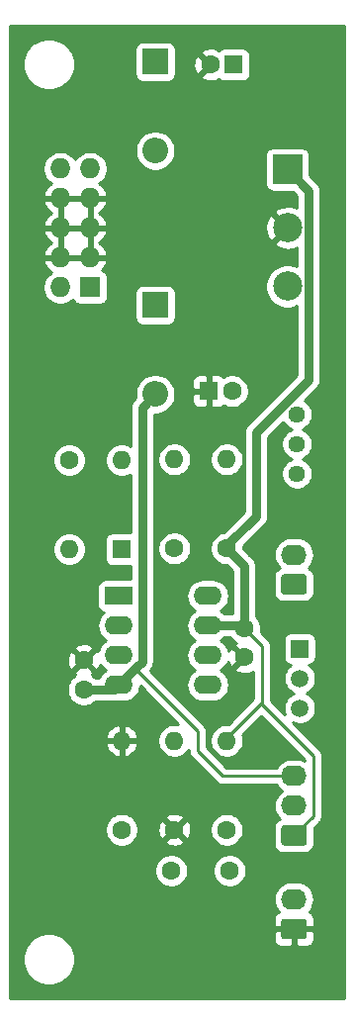
<source format=gbr>
%TF.GenerationSoftware,KiCad,Pcbnew,5.1.9-73d0e3b20d~88~ubuntu20.04.1*%
%TF.CreationDate,2021-03-02T17:57:21-05:00*%
%TF.ProjectId,MFOS_VCLFO_aux,4d464f53-5f56-4434-9c46-4f5f6175782e,rev?*%
%TF.SameCoordinates,Original*%
%TF.FileFunction,Copper,L2,Bot*%
%TF.FilePolarity,Positive*%
%FSLAX46Y46*%
G04 Gerber Fmt 4.6, Leading zero omitted, Abs format (unit mm)*
G04 Created by KiCad (PCBNEW 5.1.9-73d0e3b20d~88~ubuntu20.04.1) date 2021-03-02 17:57:21*
%MOMM*%
%LPD*%
G01*
G04 APERTURE LIST*
%TA.AperFunction,ComponentPad*%
%ADD10C,1.600000*%
%TD*%
%TA.AperFunction,ComponentPad*%
%ADD11O,1.600000X1.600000*%
%TD*%
%TA.AperFunction,ComponentPad*%
%ADD12C,1.440000*%
%TD*%
%TA.AperFunction,ComponentPad*%
%ADD13O,2.400000X1.600000*%
%TD*%
%TA.AperFunction,ComponentPad*%
%ADD14R,2.400000X1.600000*%
%TD*%
%TA.AperFunction,ComponentPad*%
%ADD15R,1.727200X1.727200*%
%TD*%
%TA.AperFunction,ComponentPad*%
%ADD16O,1.727200X1.727200*%
%TD*%
%TA.AperFunction,ComponentPad*%
%ADD17R,1.500000X1.500000*%
%TD*%
%TA.AperFunction,ComponentPad*%
%ADD18C,1.500000*%
%TD*%
%TA.AperFunction,ComponentPad*%
%ADD19R,1.600000X1.600000*%
%TD*%
%TA.AperFunction,ComponentPad*%
%ADD20C,2.500000*%
%TD*%
%TA.AperFunction,ComponentPad*%
%ADD21R,2.500000X2.500000*%
%TD*%
%TA.AperFunction,ComponentPad*%
%ADD22O,2.200000X2.200000*%
%TD*%
%TA.AperFunction,ComponentPad*%
%ADD23R,2.200000X2.200000*%
%TD*%
%TA.AperFunction,ComponentPad*%
%ADD24O,2.200000X1.740000*%
%TD*%
%TA.AperFunction,Conductor*%
%ADD25C,0.750000*%
%TD*%
%TA.AperFunction,Conductor*%
%ADD26C,0.250000*%
%TD*%
%TA.AperFunction,Conductor*%
%ADD27C,0.254000*%
%TD*%
%TA.AperFunction,Conductor*%
%ADD28C,0.100000*%
%TD*%
G04 APERTURE END LIST*
D10*
%TO.P,C4,2*%
%TO.N,Net-(C4-Pad2)*%
X115250000Y-130750000D03*
%TO.P,C4,1*%
%TO.N,Net-(C4-Pad1)*%
X110250000Y-130750000D03*
%TD*%
D11*
%TO.P,R5,2*%
%TO.N,Net-(Q1-Pad2)*%
X110520000Y-95570000D03*
D10*
%TO.P,R5,1*%
%TO.N,Net-(D3-Pad2)*%
X110520000Y-103190000D03*
%TD*%
D11*
%TO.P,R6,2*%
%TO.N,Net-(J8-Pad2)*%
X101500000Y-103250000D03*
D10*
%TO.P,R6,1*%
%TO.N,Net-(Q1-Pad2)*%
X101500000Y-95630000D03*
%TD*%
D12*
%TO.P,RV1,3*%
%TO.N,Net-(Q1-Pad2)*%
X121000000Y-91710000D03*
%TO.P,RV1,2*%
X121000000Y-94250000D03*
%TO.P,RV1,1*%
%TO.N,/PIN1*%
X121000000Y-96790000D03*
%TD*%
D13*
%TO.P,U1,8*%
%TO.N,Net-(U1-Pad8)*%
X113370000Y-107250000D03*
%TO.P,U1,4*%
%TO.N,-12V*%
X105750000Y-114870000D03*
%TO.P,U1,7*%
%TO.N,+12V*%
X113370000Y-109790000D03*
%TO.P,U1,3*%
%TO.N,Net-(C4-Pad1)*%
X105750000Y-112330000D03*
%TO.P,U1,6*%
%TO.N,Net-(D3-Pad1)*%
X113370000Y-112330000D03*
%TO.P,U1,2*%
%TO.N,Net-(R1-Pad2)*%
X105750000Y-109790000D03*
%TO.P,U1,5*%
%TO.N,Net-(U1-Pad5)*%
X113370000Y-114870000D03*
D14*
%TO.P,U1,1*%
%TO.N,Net-(U1-Pad1)*%
X105750000Y-107250000D03*
%TD*%
D10*
%TO.P,C3,2*%
%TO.N,+12V*%
X116500000Y-110000000D03*
%TO.P,C3,1*%
%TO.N,GND*%
X116500000Y-112500000D03*
%TD*%
D15*
%TO.P,J1,1*%
%TO.N,Net-(D2-Pad1)*%
X103290000Y-80830000D03*
D16*
%TO.P,J1,2*%
X100750000Y-80830000D03*
%TO.P,J1,3*%
%TO.N,GND*%
X103290000Y-78290000D03*
%TO.P,J1,4*%
X100750000Y-78290000D03*
%TO.P,J1,5*%
X103290000Y-75750000D03*
%TO.P,J1,6*%
X100750000Y-75750000D03*
%TO.P,J1,7*%
X103290000Y-73210000D03*
%TO.P,J1,8*%
X100750000Y-73210000D03*
%TO.P,J1,9*%
%TO.N,Net-(D1-Pad2)*%
X103290000Y-70670000D03*
%TO.P,J1,10*%
X100750000Y-70670000D03*
%TD*%
D17*
%TO.P,Q1,1*%
%TO.N,/PIN2*%
X121250000Y-111750000D03*
D18*
%TO.P,Q1,3*%
%TO.N,Net-(D3-Pad2)*%
X121250000Y-116830000D03*
%TO.P,Q1,2*%
%TO.N,Net-(Q1-Pad2)*%
X121250000Y-114290000D03*
%TD*%
D10*
%TO.P,C2,2*%
%TO.N,-12V*%
X115450000Y-89720000D03*
D19*
%TO.P,C2,1*%
%TO.N,GND*%
X113450000Y-89720000D03*
%TD*%
D11*
%TO.P,R1,2*%
%TO.N,Net-(R1-Pad2)*%
X110520000Y-119630000D03*
D10*
%TO.P,R1,1*%
%TO.N,GND*%
X110520000Y-127250000D03*
%TD*%
D11*
%TO.P,R2,2*%
%TO.N,+12V*%
X115000000Y-119630000D03*
D10*
%TO.P,R2,1*%
%TO.N,Net-(R1-Pad2)*%
X115000000Y-127250000D03*
%TD*%
D20*
%TO.P,J2,3*%
%TO.N,-12V*%
X120181000Y-80750000D03*
%TO.P,J2,2*%
%TO.N,GND*%
X120181000Y-75750000D03*
D21*
%TO.P,J2,1*%
%TO.N,+12V*%
X120181000Y-70750000D03*
%TD*%
D22*
%TO.P,D1,2*%
%TO.N,Net-(D1-Pad2)*%
X108878000Y-69146000D03*
D23*
%TO.P,D1,1*%
%TO.N,+12V*%
X108878000Y-61526000D03*
%TD*%
D22*
%TO.P,D2,2*%
%TO.N,-12V*%
X108878000Y-89974000D03*
D23*
%TO.P,D2,1*%
%TO.N,Net-(D2-Pad1)*%
X108878000Y-82354000D03*
%TD*%
D11*
%TO.P,R3,2*%
%TO.N,Net-(D3-Pad2)*%
X115000000Y-95570000D03*
D10*
%TO.P,R3,1*%
%TO.N,+12V*%
X115000000Y-103190000D03*
%TD*%
%TO.P,C5,2*%
%TO.N,-12V*%
X102750000Y-115250000D03*
%TO.P,C5,1*%
%TO.N,GND*%
X102750000Y-112750000D03*
%TD*%
%TO.P,C1,2*%
%TO.N,GND*%
X113577000Y-61780000D03*
D19*
%TO.P,C1,1*%
%TO.N,+12V*%
X115577000Y-61780000D03*
%TD*%
D24*
%TO.P,J3,2*%
%TO.N,/PIN1*%
X120750000Y-103710000D03*
%TO.P,J3,1*%
%TO.N,/PIN2*%
%TA.AperFunction,ComponentPad*%
G36*
G01*
X121600001Y-107120000D02*
X119899999Y-107120000D01*
G75*
G02*
X119650000Y-106870001I0J249999D01*
G01*
X119650000Y-105629999D01*
G75*
G02*
X119899999Y-105380000I249999J0D01*
G01*
X121600001Y-105380000D01*
G75*
G02*
X121850000Y-105629999I0J-249999D01*
G01*
X121850000Y-106870001D01*
G75*
G02*
X121600001Y-107120000I-249999J0D01*
G01*
G37*
%TD.AperFunction*%
%TD*%
D11*
%TO.P,D3,2*%
%TO.N,Net-(D3-Pad2)*%
X106000000Y-95630000D03*
D19*
%TO.P,D3,1*%
%TO.N,Net-(D3-Pad1)*%
X106000000Y-103250000D03*
%TD*%
D11*
%TO.P,R4,2*%
%TO.N,GND*%
X106000000Y-119630000D03*
D10*
%TO.P,R4,1*%
%TO.N,Net-(C4-Pad1)*%
X106000000Y-127250000D03*
%TD*%
D24*
%TO.P,J7,2*%
%TO.N,Net-(C4-Pad2)*%
X120750000Y-133210000D03*
%TO.P,J7,1*%
%TO.N,GND*%
%TA.AperFunction,ComponentPad*%
G36*
G01*
X121600001Y-136620000D02*
X119899999Y-136620000D01*
G75*
G02*
X119650000Y-136370001I0J249999D01*
G01*
X119650000Y-135129999D01*
G75*
G02*
X119899999Y-134880000I249999J0D01*
G01*
X121600001Y-134880000D01*
G75*
G02*
X121850000Y-135129999I0J-249999D01*
G01*
X121850000Y-136370001D01*
G75*
G02*
X121600001Y-136620000I-249999J0D01*
G01*
G37*
%TD.AperFunction*%
%TD*%
%TO.P,J8,3*%
%TO.N,-12V*%
X120750000Y-122670000D03*
%TO.P,J8,2*%
%TO.N,Net-(J8-Pad2)*%
X120750000Y-125210000D03*
%TO.P,J8,1*%
%TO.N,+12V*%
%TA.AperFunction,ComponentPad*%
G36*
G01*
X121600001Y-128620000D02*
X119899999Y-128620000D01*
G75*
G02*
X119650000Y-128370001I0J249999D01*
G01*
X119650000Y-127129999D01*
G75*
G02*
X119899999Y-126880000I249999J0D01*
G01*
X121600001Y-126880000D01*
G75*
G02*
X121850000Y-127129999I0J-249999D01*
G01*
X121850000Y-128370001D01*
G75*
G02*
X121600001Y-128620000I-249999J0D01*
G01*
G37*
%TD.AperFunction*%
%TD*%
D25*
%TO.N,+12V*%
X122006001Y-72756001D02*
X122006001Y-88743999D01*
X116290000Y-109790000D02*
X116500000Y-110000000D01*
D26*
X116500000Y-110000000D02*
X118000000Y-111500000D01*
X118000000Y-111500000D02*
X118000000Y-116380000D01*
X118000000Y-116380000D02*
X115000000Y-119380000D01*
X115000000Y-119380000D02*
X115000000Y-119630000D01*
D25*
X115000000Y-103190000D02*
X116500000Y-104690000D01*
X116500000Y-104690000D02*
X116500000Y-110000000D01*
X120181000Y-70750000D02*
X122006001Y-72575001D01*
X117500000Y-93250000D02*
X117500000Y-100440000D01*
X117500000Y-100440000D02*
X115000000Y-102940000D01*
X115000000Y-102940000D02*
X115000000Y-103190000D01*
X122006001Y-88743999D02*
X117500000Y-93250000D01*
X122000000Y-72750000D02*
X122006001Y-72756001D01*
D26*
X120750000Y-127750000D02*
X122425010Y-126074990D01*
X122425010Y-126074990D02*
X122425010Y-120925010D01*
X122425010Y-120925010D02*
X118000000Y-116500000D01*
X118000000Y-116500000D02*
X118000000Y-116250000D01*
D25*
X113370000Y-109790000D02*
X116290000Y-109790000D01*
%TO.N,-12V*%
X107750000Y-91250000D02*
X107750000Y-112870000D01*
D26*
X120750000Y-122670000D02*
X114670000Y-122670000D01*
X112500000Y-120500000D02*
X112500000Y-118795002D01*
X114670000Y-122670000D02*
X112500000Y-120500000D01*
X112500000Y-118795002D02*
X107310000Y-113605002D01*
X107310000Y-113605002D02*
X107310000Y-113310000D01*
D25*
X107310000Y-113310000D02*
X105750000Y-114870000D01*
X108878000Y-89974000D02*
X107750000Y-91102000D01*
X102750000Y-115250000D02*
X105370000Y-115250000D01*
X105370000Y-115250000D02*
X105750000Y-114870000D01*
X107750000Y-112870000D02*
X107310000Y-113310000D01*
%TD*%
D27*
%TO.N,GND*%
X125065001Y-141665000D02*
X96435000Y-141665000D01*
X96435000Y-138129872D01*
X97515000Y-138129872D01*
X97515000Y-138570128D01*
X97600890Y-139001925D01*
X97769369Y-139408669D01*
X98013962Y-139774729D01*
X98325271Y-140086038D01*
X98691331Y-140330631D01*
X99098075Y-140499110D01*
X99529872Y-140585000D01*
X99970128Y-140585000D01*
X100401925Y-140499110D01*
X100808669Y-140330631D01*
X101174729Y-140086038D01*
X101486038Y-139774729D01*
X101730631Y-139408669D01*
X101899110Y-139001925D01*
X101985000Y-138570128D01*
X101985000Y-138129872D01*
X101899110Y-137698075D01*
X101730631Y-137291331D01*
X101486038Y-136925271D01*
X101180767Y-136620000D01*
X119011928Y-136620000D01*
X119024188Y-136744482D01*
X119060498Y-136864180D01*
X119119463Y-136974494D01*
X119198815Y-137071185D01*
X119295506Y-137150537D01*
X119405820Y-137209502D01*
X119525518Y-137245812D01*
X119650000Y-137258072D01*
X120464250Y-137255000D01*
X120623000Y-137096250D01*
X120623000Y-135877000D01*
X120877000Y-135877000D01*
X120877000Y-137096250D01*
X121035750Y-137255000D01*
X121850000Y-137258072D01*
X121974482Y-137245812D01*
X122094180Y-137209502D01*
X122204494Y-137150537D01*
X122301185Y-137071185D01*
X122380537Y-136974494D01*
X122439502Y-136864180D01*
X122475812Y-136744482D01*
X122488072Y-136620000D01*
X122485000Y-136035750D01*
X122326250Y-135877000D01*
X120877000Y-135877000D01*
X120623000Y-135877000D01*
X119173750Y-135877000D01*
X119015000Y-136035750D01*
X119011928Y-136620000D01*
X101180767Y-136620000D01*
X101174729Y-136613962D01*
X100808669Y-136369369D01*
X100401925Y-136200890D01*
X99970128Y-136115000D01*
X99529872Y-136115000D01*
X99098075Y-136200890D01*
X98691331Y-136369369D01*
X98325271Y-136613962D01*
X98013962Y-136925271D01*
X97769369Y-137291331D01*
X97600890Y-137698075D01*
X97515000Y-138129872D01*
X96435000Y-138129872D01*
X96435000Y-133210000D01*
X119007718Y-133210000D01*
X119036776Y-133505032D01*
X119122834Y-133788725D01*
X119262583Y-134050179D01*
X119449047Y-134277385D01*
X119405820Y-134290498D01*
X119295506Y-134349463D01*
X119198815Y-134428815D01*
X119119463Y-134525506D01*
X119060498Y-134635820D01*
X119024188Y-134755518D01*
X119011928Y-134880000D01*
X119015000Y-135464250D01*
X119173750Y-135623000D01*
X120623000Y-135623000D01*
X120623000Y-135603000D01*
X120877000Y-135603000D01*
X120877000Y-135623000D01*
X122326250Y-135623000D01*
X122485000Y-135464250D01*
X122488072Y-134880000D01*
X122475812Y-134755518D01*
X122439502Y-134635820D01*
X122380537Y-134525506D01*
X122301185Y-134428815D01*
X122204494Y-134349463D01*
X122094180Y-134290498D01*
X122050953Y-134277385D01*
X122237417Y-134050179D01*
X122377166Y-133788725D01*
X122463224Y-133505032D01*
X122492282Y-133210000D01*
X122463224Y-132914968D01*
X122377166Y-132631275D01*
X122237417Y-132369821D01*
X122049345Y-132140655D01*
X121820179Y-131952583D01*
X121558725Y-131812834D01*
X121275032Y-131726776D01*
X121053936Y-131705000D01*
X120446064Y-131705000D01*
X120224968Y-131726776D01*
X119941275Y-131812834D01*
X119679821Y-131952583D01*
X119450655Y-132140655D01*
X119262583Y-132369821D01*
X119122834Y-132631275D01*
X119036776Y-132914968D01*
X119007718Y-133210000D01*
X96435000Y-133210000D01*
X96435000Y-130608665D01*
X108815000Y-130608665D01*
X108815000Y-130891335D01*
X108870147Y-131168574D01*
X108978320Y-131429727D01*
X109135363Y-131664759D01*
X109335241Y-131864637D01*
X109570273Y-132021680D01*
X109831426Y-132129853D01*
X110108665Y-132185000D01*
X110391335Y-132185000D01*
X110668574Y-132129853D01*
X110929727Y-132021680D01*
X111164759Y-131864637D01*
X111364637Y-131664759D01*
X111521680Y-131429727D01*
X111629853Y-131168574D01*
X111685000Y-130891335D01*
X111685000Y-130608665D01*
X113815000Y-130608665D01*
X113815000Y-130891335D01*
X113870147Y-131168574D01*
X113978320Y-131429727D01*
X114135363Y-131664759D01*
X114335241Y-131864637D01*
X114570273Y-132021680D01*
X114831426Y-132129853D01*
X115108665Y-132185000D01*
X115391335Y-132185000D01*
X115668574Y-132129853D01*
X115929727Y-132021680D01*
X116164759Y-131864637D01*
X116364637Y-131664759D01*
X116521680Y-131429727D01*
X116629853Y-131168574D01*
X116685000Y-130891335D01*
X116685000Y-130608665D01*
X116629853Y-130331426D01*
X116521680Y-130070273D01*
X116364637Y-129835241D01*
X116164759Y-129635363D01*
X115929727Y-129478320D01*
X115668574Y-129370147D01*
X115391335Y-129315000D01*
X115108665Y-129315000D01*
X114831426Y-129370147D01*
X114570273Y-129478320D01*
X114335241Y-129635363D01*
X114135363Y-129835241D01*
X113978320Y-130070273D01*
X113870147Y-130331426D01*
X113815000Y-130608665D01*
X111685000Y-130608665D01*
X111629853Y-130331426D01*
X111521680Y-130070273D01*
X111364637Y-129835241D01*
X111164759Y-129635363D01*
X110929727Y-129478320D01*
X110668574Y-129370147D01*
X110391335Y-129315000D01*
X110108665Y-129315000D01*
X109831426Y-129370147D01*
X109570273Y-129478320D01*
X109335241Y-129635363D01*
X109135363Y-129835241D01*
X108978320Y-130070273D01*
X108870147Y-130331426D01*
X108815000Y-130608665D01*
X96435000Y-130608665D01*
X96435000Y-127108665D01*
X104565000Y-127108665D01*
X104565000Y-127391335D01*
X104620147Y-127668574D01*
X104728320Y-127929727D01*
X104885363Y-128164759D01*
X105085241Y-128364637D01*
X105320273Y-128521680D01*
X105581426Y-128629853D01*
X105858665Y-128685000D01*
X106141335Y-128685000D01*
X106418574Y-128629853D01*
X106679727Y-128521680D01*
X106914759Y-128364637D01*
X107036694Y-128242702D01*
X109706903Y-128242702D01*
X109778486Y-128486671D01*
X110033996Y-128607571D01*
X110308184Y-128676300D01*
X110590512Y-128690217D01*
X110870130Y-128648787D01*
X111136292Y-128553603D01*
X111261514Y-128486671D01*
X111333097Y-128242702D01*
X110520000Y-127429605D01*
X109706903Y-128242702D01*
X107036694Y-128242702D01*
X107114637Y-128164759D01*
X107271680Y-127929727D01*
X107379853Y-127668574D01*
X107435000Y-127391335D01*
X107435000Y-127320512D01*
X109079783Y-127320512D01*
X109121213Y-127600130D01*
X109216397Y-127866292D01*
X109283329Y-127991514D01*
X109527298Y-128063097D01*
X110340395Y-127250000D01*
X110699605Y-127250000D01*
X111512702Y-128063097D01*
X111756671Y-127991514D01*
X111877571Y-127736004D01*
X111946300Y-127461816D01*
X111960217Y-127179488D01*
X111949724Y-127108665D01*
X113565000Y-127108665D01*
X113565000Y-127391335D01*
X113620147Y-127668574D01*
X113728320Y-127929727D01*
X113885363Y-128164759D01*
X114085241Y-128364637D01*
X114320273Y-128521680D01*
X114581426Y-128629853D01*
X114858665Y-128685000D01*
X115141335Y-128685000D01*
X115418574Y-128629853D01*
X115679727Y-128521680D01*
X115914759Y-128364637D01*
X116114637Y-128164759D01*
X116271680Y-127929727D01*
X116379853Y-127668574D01*
X116435000Y-127391335D01*
X116435000Y-127108665D01*
X116379853Y-126831426D01*
X116271680Y-126570273D01*
X116114637Y-126335241D01*
X115914759Y-126135363D01*
X115679727Y-125978320D01*
X115418574Y-125870147D01*
X115141335Y-125815000D01*
X114858665Y-125815000D01*
X114581426Y-125870147D01*
X114320273Y-125978320D01*
X114085241Y-126135363D01*
X113885363Y-126335241D01*
X113728320Y-126570273D01*
X113620147Y-126831426D01*
X113565000Y-127108665D01*
X111949724Y-127108665D01*
X111918787Y-126899870D01*
X111823603Y-126633708D01*
X111756671Y-126508486D01*
X111512702Y-126436903D01*
X110699605Y-127250000D01*
X110340395Y-127250000D01*
X109527298Y-126436903D01*
X109283329Y-126508486D01*
X109162429Y-126763996D01*
X109093700Y-127038184D01*
X109079783Y-127320512D01*
X107435000Y-127320512D01*
X107435000Y-127108665D01*
X107379853Y-126831426D01*
X107271680Y-126570273D01*
X107114637Y-126335241D01*
X107036694Y-126257298D01*
X109706903Y-126257298D01*
X110520000Y-127070395D01*
X111333097Y-126257298D01*
X111261514Y-126013329D01*
X111006004Y-125892429D01*
X110731816Y-125823700D01*
X110449488Y-125809783D01*
X110169870Y-125851213D01*
X109903708Y-125946397D01*
X109778486Y-126013329D01*
X109706903Y-126257298D01*
X107036694Y-126257298D01*
X106914759Y-126135363D01*
X106679727Y-125978320D01*
X106418574Y-125870147D01*
X106141335Y-125815000D01*
X105858665Y-125815000D01*
X105581426Y-125870147D01*
X105320273Y-125978320D01*
X105085241Y-126135363D01*
X104885363Y-126335241D01*
X104728320Y-126570273D01*
X104620147Y-126831426D01*
X104565000Y-127108665D01*
X96435000Y-127108665D01*
X96435000Y-119979040D01*
X104608091Y-119979040D01*
X104702930Y-120243881D01*
X104847615Y-120485131D01*
X105036586Y-120693519D01*
X105262580Y-120861037D01*
X105516913Y-120981246D01*
X105650961Y-121021904D01*
X105873000Y-120899915D01*
X105873000Y-119757000D01*
X106127000Y-119757000D01*
X106127000Y-120899915D01*
X106349039Y-121021904D01*
X106483087Y-120981246D01*
X106737420Y-120861037D01*
X106963414Y-120693519D01*
X107152385Y-120485131D01*
X107297070Y-120243881D01*
X107391909Y-119979040D01*
X107270624Y-119757000D01*
X106127000Y-119757000D01*
X105873000Y-119757000D01*
X104729376Y-119757000D01*
X104608091Y-119979040D01*
X96435000Y-119979040D01*
X96435000Y-119280960D01*
X104608091Y-119280960D01*
X104729376Y-119503000D01*
X105873000Y-119503000D01*
X105873000Y-118360085D01*
X106127000Y-118360085D01*
X106127000Y-119503000D01*
X107270624Y-119503000D01*
X107391909Y-119280960D01*
X107297070Y-119016119D01*
X107152385Y-118774869D01*
X106963414Y-118566481D01*
X106737420Y-118398963D01*
X106483087Y-118278754D01*
X106349039Y-118238096D01*
X106127000Y-118360085D01*
X105873000Y-118360085D01*
X105650961Y-118238096D01*
X105516913Y-118278754D01*
X105262580Y-118398963D01*
X105036586Y-118566481D01*
X104847615Y-118774869D01*
X104702930Y-119016119D01*
X104608091Y-119280960D01*
X96435000Y-119280960D01*
X96435000Y-115108665D01*
X101315000Y-115108665D01*
X101315000Y-115391335D01*
X101370147Y-115668574D01*
X101478320Y-115929727D01*
X101635363Y-116164759D01*
X101835241Y-116364637D01*
X102070273Y-116521680D01*
X102331426Y-116629853D01*
X102608665Y-116685000D01*
X102891335Y-116685000D01*
X103168574Y-116629853D01*
X103429727Y-116521680D01*
X103664759Y-116364637D01*
X103769396Y-116260000D01*
X104988795Y-116260000D01*
X105068691Y-116284236D01*
X105279508Y-116305000D01*
X106220492Y-116305000D01*
X106431309Y-116284236D01*
X106701808Y-116202182D01*
X106951101Y-116068932D01*
X107169608Y-115889608D01*
X107348932Y-115671101D01*
X107482182Y-115421808D01*
X107564236Y-115151309D01*
X107583717Y-114953520D01*
X110865883Y-118235688D01*
X110661335Y-118195000D01*
X110378665Y-118195000D01*
X110101426Y-118250147D01*
X109840273Y-118358320D01*
X109605241Y-118515363D01*
X109405363Y-118715241D01*
X109248320Y-118950273D01*
X109140147Y-119211426D01*
X109085000Y-119488665D01*
X109085000Y-119771335D01*
X109140147Y-120048574D01*
X109248320Y-120309727D01*
X109405363Y-120544759D01*
X109605241Y-120744637D01*
X109840273Y-120901680D01*
X110101426Y-121009853D01*
X110378665Y-121065000D01*
X110661335Y-121065000D01*
X110938574Y-121009853D01*
X111199727Y-120901680D01*
X111434759Y-120744637D01*
X111634637Y-120544759D01*
X111740000Y-120387072D01*
X111740000Y-120462677D01*
X111736324Y-120500000D01*
X111740000Y-120537322D01*
X111740000Y-120537332D01*
X111750997Y-120648985D01*
X111789533Y-120776023D01*
X111794454Y-120792246D01*
X111865026Y-120924276D01*
X111865628Y-120925009D01*
X111959999Y-121040001D01*
X111989002Y-121063804D01*
X114106205Y-123181008D01*
X114129999Y-123210001D01*
X114158992Y-123233795D01*
X114158996Y-123233799D01*
X114177184Y-123248725D01*
X114245724Y-123304974D01*
X114377753Y-123375546D01*
X114521014Y-123419003D01*
X114632667Y-123430000D01*
X114632676Y-123430000D01*
X114669999Y-123433676D01*
X114707322Y-123430000D01*
X119219727Y-123430000D01*
X119262583Y-123510179D01*
X119450655Y-123739345D01*
X119679821Y-123927417D01*
X119703362Y-123940000D01*
X119679821Y-123952583D01*
X119450655Y-124140655D01*
X119262583Y-124369821D01*
X119122834Y-124631275D01*
X119036776Y-124914968D01*
X119007718Y-125210000D01*
X119036776Y-125505032D01*
X119122834Y-125788725D01*
X119262583Y-126050179D01*
X119450655Y-126279345D01*
X119516114Y-126333066D01*
X119406613Y-126391595D01*
X119272038Y-126502038D01*
X119161595Y-126636613D01*
X119079528Y-126790149D01*
X119028992Y-126956745D01*
X119011928Y-127129999D01*
X119011928Y-128370001D01*
X119028992Y-128543255D01*
X119079528Y-128709851D01*
X119161595Y-128863387D01*
X119272038Y-128997962D01*
X119406613Y-129108405D01*
X119560149Y-129190472D01*
X119726745Y-129241008D01*
X119899999Y-129258072D01*
X121600001Y-129258072D01*
X121773255Y-129241008D01*
X121939851Y-129190472D01*
X122093387Y-129108405D01*
X122227962Y-128997962D01*
X122338405Y-128863387D01*
X122420472Y-128709851D01*
X122471008Y-128543255D01*
X122488072Y-128370001D01*
X122488072Y-127129999D01*
X122484192Y-127090609D01*
X122936014Y-126638788D01*
X122965011Y-126614991D01*
X123059984Y-126499266D01*
X123130556Y-126367237D01*
X123174013Y-126223976D01*
X123185010Y-126112323D01*
X123185010Y-126112313D01*
X123188686Y-126074990D01*
X123185010Y-126037667D01*
X123185010Y-120962332D01*
X123188686Y-120925009D01*
X123185010Y-120887686D01*
X123185010Y-120887677D01*
X123174013Y-120776024D01*
X123130556Y-120632763D01*
X123059984Y-120500733D01*
X122988809Y-120414007D01*
X122965011Y-120385009D01*
X122936013Y-120361211D01*
X120659195Y-118084393D01*
X120846011Y-118161775D01*
X121113589Y-118215000D01*
X121386411Y-118215000D01*
X121653989Y-118161775D01*
X121906043Y-118057371D01*
X122132886Y-117905799D01*
X122325799Y-117712886D01*
X122477371Y-117486043D01*
X122581775Y-117233989D01*
X122635000Y-116966411D01*
X122635000Y-116693589D01*
X122581775Y-116426011D01*
X122477371Y-116173957D01*
X122325799Y-115947114D01*
X122132886Y-115754201D01*
X121906043Y-115602629D01*
X121803127Y-115560000D01*
X121906043Y-115517371D01*
X122132886Y-115365799D01*
X122325799Y-115172886D01*
X122477371Y-114946043D01*
X122581775Y-114693989D01*
X122635000Y-114426411D01*
X122635000Y-114153589D01*
X122581775Y-113886011D01*
X122477371Y-113633957D01*
X122325799Y-113407114D01*
X122132886Y-113214201D01*
X122016517Y-113136445D01*
X122124482Y-113125812D01*
X122244180Y-113089502D01*
X122354494Y-113030537D01*
X122451185Y-112951185D01*
X122530537Y-112854494D01*
X122589502Y-112744180D01*
X122625812Y-112624482D01*
X122638072Y-112500000D01*
X122638072Y-111000000D01*
X122625812Y-110875518D01*
X122589502Y-110755820D01*
X122530537Y-110645506D01*
X122451185Y-110548815D01*
X122354494Y-110469463D01*
X122244180Y-110410498D01*
X122124482Y-110374188D01*
X122000000Y-110361928D01*
X120500000Y-110361928D01*
X120375518Y-110374188D01*
X120255820Y-110410498D01*
X120145506Y-110469463D01*
X120048815Y-110548815D01*
X119969463Y-110645506D01*
X119910498Y-110755820D01*
X119874188Y-110875518D01*
X119861928Y-111000000D01*
X119861928Y-112500000D01*
X119874188Y-112624482D01*
X119910498Y-112744180D01*
X119969463Y-112854494D01*
X120048815Y-112951185D01*
X120145506Y-113030537D01*
X120255820Y-113089502D01*
X120375518Y-113125812D01*
X120483483Y-113136445D01*
X120367114Y-113214201D01*
X120174201Y-113407114D01*
X120022629Y-113633957D01*
X119918225Y-113886011D01*
X119865000Y-114153589D01*
X119865000Y-114426411D01*
X119918225Y-114693989D01*
X120022629Y-114946043D01*
X120174201Y-115172886D01*
X120367114Y-115365799D01*
X120593957Y-115517371D01*
X120696873Y-115560000D01*
X120593957Y-115602629D01*
X120367114Y-115754201D01*
X120174201Y-115947114D01*
X120022629Y-116173957D01*
X119918225Y-116426011D01*
X119865000Y-116693589D01*
X119865000Y-116966411D01*
X119918225Y-117233989D01*
X119995607Y-117420805D01*
X118760000Y-116185199D01*
X118760000Y-111537322D01*
X118763676Y-111499999D01*
X118760000Y-111462676D01*
X118760000Y-111462667D01*
X118749003Y-111351014D01*
X118705546Y-111207753D01*
X118634974Y-111075724D01*
X118540001Y-110959999D01*
X118511004Y-110936202D01*
X117898688Y-110323886D01*
X117935000Y-110141335D01*
X117935000Y-109858665D01*
X117879853Y-109581426D01*
X117771680Y-109320273D01*
X117614637Y-109085241D01*
X117510000Y-108980604D01*
X117510000Y-104739604D01*
X117514886Y-104689999D01*
X117508484Y-104625000D01*
X117495385Y-104492006D01*
X117437632Y-104301620D01*
X117343847Y-104126160D01*
X117217633Y-103972367D01*
X117179094Y-103940739D01*
X116948355Y-103710000D01*
X119007718Y-103710000D01*
X119036776Y-104005032D01*
X119122834Y-104288725D01*
X119262583Y-104550179D01*
X119450655Y-104779345D01*
X119516114Y-104833066D01*
X119406613Y-104891595D01*
X119272038Y-105002038D01*
X119161595Y-105136613D01*
X119079528Y-105290149D01*
X119028992Y-105456745D01*
X119011928Y-105629999D01*
X119011928Y-106870001D01*
X119028992Y-107043255D01*
X119079528Y-107209851D01*
X119161595Y-107363387D01*
X119272038Y-107497962D01*
X119406613Y-107608405D01*
X119560149Y-107690472D01*
X119726745Y-107741008D01*
X119899999Y-107758072D01*
X121600001Y-107758072D01*
X121773255Y-107741008D01*
X121939851Y-107690472D01*
X122093387Y-107608405D01*
X122227962Y-107497962D01*
X122338405Y-107363387D01*
X122420472Y-107209851D01*
X122471008Y-107043255D01*
X122488072Y-106870001D01*
X122488072Y-105629999D01*
X122471008Y-105456745D01*
X122420472Y-105290149D01*
X122338405Y-105136613D01*
X122227962Y-105002038D01*
X122093387Y-104891595D01*
X121983886Y-104833066D01*
X122049345Y-104779345D01*
X122237417Y-104550179D01*
X122377166Y-104288725D01*
X122463224Y-104005032D01*
X122492282Y-103710000D01*
X122463224Y-103414968D01*
X122377166Y-103131275D01*
X122237417Y-102869821D01*
X122049345Y-102640655D01*
X121820179Y-102452583D01*
X121558725Y-102312834D01*
X121275032Y-102226776D01*
X121053936Y-102205000D01*
X120446064Y-102205000D01*
X120224968Y-102226776D01*
X119941275Y-102312834D01*
X119679821Y-102452583D01*
X119450655Y-102640655D01*
X119262583Y-102869821D01*
X119122834Y-103131275D01*
X119036776Y-103414968D01*
X119007718Y-103710000D01*
X116948355Y-103710000D01*
X116435000Y-103196645D01*
X116435000Y-103048665D01*
X116415869Y-102952487D01*
X118179100Y-101189256D01*
X118217633Y-101157633D01*
X118343847Y-101003840D01*
X118437632Y-100828380D01*
X118495385Y-100637994D01*
X118510000Y-100489608D01*
X118514886Y-100440000D01*
X118510000Y-100390392D01*
X118510000Y-93668355D01*
X119810153Y-92368203D01*
X119947503Y-92573762D01*
X120136238Y-92762497D01*
X120358167Y-92910785D01*
X120525266Y-92980000D01*
X120358167Y-93049215D01*
X120136238Y-93197503D01*
X119947503Y-93386238D01*
X119799215Y-93608167D01*
X119697072Y-93854761D01*
X119645000Y-94116544D01*
X119645000Y-94383456D01*
X119697072Y-94645239D01*
X119799215Y-94891833D01*
X119947503Y-95113762D01*
X120136238Y-95302497D01*
X120358167Y-95450785D01*
X120525266Y-95520000D01*
X120358167Y-95589215D01*
X120136238Y-95737503D01*
X119947503Y-95926238D01*
X119799215Y-96148167D01*
X119697072Y-96394761D01*
X119645000Y-96656544D01*
X119645000Y-96923456D01*
X119697072Y-97185239D01*
X119799215Y-97431833D01*
X119947503Y-97653762D01*
X120136238Y-97842497D01*
X120358167Y-97990785D01*
X120604761Y-98092928D01*
X120866544Y-98145000D01*
X121133456Y-98145000D01*
X121395239Y-98092928D01*
X121641833Y-97990785D01*
X121863762Y-97842497D01*
X122052497Y-97653762D01*
X122200785Y-97431833D01*
X122302928Y-97185239D01*
X122355000Y-96923456D01*
X122355000Y-96656544D01*
X122302928Y-96394761D01*
X122200785Y-96148167D01*
X122052497Y-95926238D01*
X121863762Y-95737503D01*
X121641833Y-95589215D01*
X121474734Y-95520000D01*
X121641833Y-95450785D01*
X121863762Y-95302497D01*
X122052497Y-95113762D01*
X122200785Y-94891833D01*
X122302928Y-94645239D01*
X122355000Y-94383456D01*
X122355000Y-94116544D01*
X122302928Y-93854761D01*
X122200785Y-93608167D01*
X122052497Y-93386238D01*
X121863762Y-93197503D01*
X121641833Y-93049215D01*
X121474734Y-92980000D01*
X121641833Y-92910785D01*
X121863762Y-92762497D01*
X122052497Y-92573762D01*
X122200785Y-92351833D01*
X122302928Y-92105239D01*
X122355000Y-91843456D01*
X122355000Y-91576544D01*
X122302928Y-91314761D01*
X122200785Y-91068167D01*
X122052497Y-90846238D01*
X121863762Y-90657503D01*
X121658203Y-90520153D01*
X122685101Y-89493255D01*
X122723634Y-89461632D01*
X122849848Y-89307839D01*
X122943633Y-89132379D01*
X122990277Y-88978615D01*
X123001386Y-88941994D01*
X123020887Y-88743999D01*
X123016001Y-88694391D01*
X123016001Y-72805609D01*
X123020887Y-72756001D01*
X123011973Y-72665498D01*
X123020887Y-72575000D01*
X123001385Y-72377006D01*
X122943632Y-72186621D01*
X122849847Y-72011160D01*
X122755256Y-71895901D01*
X122069072Y-71209717D01*
X122069072Y-69500000D01*
X122056812Y-69375518D01*
X122020502Y-69255820D01*
X121961537Y-69145506D01*
X121882185Y-69048815D01*
X121785494Y-68969463D01*
X121675180Y-68910498D01*
X121555482Y-68874188D01*
X121431000Y-68861928D01*
X118931000Y-68861928D01*
X118806518Y-68874188D01*
X118686820Y-68910498D01*
X118576506Y-68969463D01*
X118479815Y-69048815D01*
X118400463Y-69145506D01*
X118341498Y-69255820D01*
X118305188Y-69375518D01*
X118292928Y-69500000D01*
X118292928Y-72000000D01*
X118305188Y-72124482D01*
X118341498Y-72244180D01*
X118400463Y-72354494D01*
X118479815Y-72451185D01*
X118576506Y-72530537D01*
X118686820Y-72589502D01*
X118806518Y-72625812D01*
X118931000Y-72638072D01*
X120640717Y-72638072D01*
X120996001Y-72993356D01*
X120996001Y-74050026D01*
X120856874Y-73980567D01*
X120498688Y-73882710D01*
X120128294Y-73856611D01*
X119759925Y-73903275D01*
X119407738Y-74020906D01*
X119172914Y-74146423D01*
X119047000Y-74436395D01*
X120181000Y-75570395D01*
X120195143Y-75556253D01*
X120374748Y-75735858D01*
X120360605Y-75750000D01*
X120374748Y-75764143D01*
X120195143Y-75943748D01*
X120181000Y-75929605D01*
X119047000Y-77063605D01*
X119172914Y-77353577D01*
X119505126Y-77519433D01*
X119863312Y-77617290D01*
X120233706Y-77643389D01*
X120602075Y-77596725D01*
X120954262Y-77479094D01*
X120996001Y-77456784D01*
X120996001Y-79047275D01*
X120730834Y-78937439D01*
X120366656Y-78865000D01*
X119995344Y-78865000D01*
X119631166Y-78937439D01*
X119288118Y-79079534D01*
X118979382Y-79285825D01*
X118716825Y-79548382D01*
X118510534Y-79857118D01*
X118368439Y-80200166D01*
X118296000Y-80564344D01*
X118296000Y-80935656D01*
X118368439Y-81299834D01*
X118510534Y-81642882D01*
X118716825Y-81951618D01*
X118979382Y-82214175D01*
X119288118Y-82420466D01*
X119631166Y-82562561D01*
X119995344Y-82635000D01*
X120366656Y-82635000D01*
X120730834Y-82562561D01*
X120996002Y-82452725D01*
X120996002Y-88325642D01*
X116820906Y-92500739D01*
X116782367Y-92532367D01*
X116656153Y-92686160D01*
X116562369Y-92861620D01*
X116562368Y-92861621D01*
X116504615Y-93052006D01*
X116485114Y-93250000D01*
X116490000Y-93299608D01*
X116490001Y-100021643D01*
X114731312Y-101780332D01*
X114581426Y-101810147D01*
X114320273Y-101918320D01*
X114085241Y-102075363D01*
X113885363Y-102275241D01*
X113728320Y-102510273D01*
X113620147Y-102771426D01*
X113565000Y-103048665D01*
X113565000Y-103331335D01*
X113620147Y-103608574D01*
X113728320Y-103869727D01*
X113885363Y-104104759D01*
X114085241Y-104304637D01*
X114320273Y-104461680D01*
X114581426Y-104569853D01*
X114858665Y-104625000D01*
X115006645Y-104625000D01*
X115490000Y-105108355D01*
X115490001Y-108780000D01*
X114797493Y-108780000D01*
X114789608Y-108770392D01*
X114571101Y-108591068D01*
X114438142Y-108520000D01*
X114571101Y-108448932D01*
X114789608Y-108269608D01*
X114968932Y-108051101D01*
X115102182Y-107801808D01*
X115184236Y-107531309D01*
X115211943Y-107250000D01*
X115184236Y-106968691D01*
X115102182Y-106698192D01*
X114968932Y-106448899D01*
X114789608Y-106230392D01*
X114571101Y-106051068D01*
X114321808Y-105917818D01*
X114051309Y-105835764D01*
X113840492Y-105815000D01*
X112899508Y-105815000D01*
X112688691Y-105835764D01*
X112418192Y-105917818D01*
X112168899Y-106051068D01*
X111950392Y-106230392D01*
X111771068Y-106448899D01*
X111637818Y-106698192D01*
X111555764Y-106968691D01*
X111528057Y-107250000D01*
X111555764Y-107531309D01*
X111637818Y-107801808D01*
X111771068Y-108051101D01*
X111950392Y-108269608D01*
X112168899Y-108448932D01*
X112301858Y-108520000D01*
X112168899Y-108591068D01*
X111950392Y-108770392D01*
X111771068Y-108988899D01*
X111637818Y-109238192D01*
X111555764Y-109508691D01*
X111528057Y-109790000D01*
X111555764Y-110071309D01*
X111637818Y-110341808D01*
X111771068Y-110591101D01*
X111950392Y-110809608D01*
X112168899Y-110988932D01*
X112301858Y-111060000D01*
X112168899Y-111131068D01*
X111950392Y-111310392D01*
X111771068Y-111528899D01*
X111637818Y-111778192D01*
X111555764Y-112048691D01*
X111528057Y-112330000D01*
X111555764Y-112611309D01*
X111637818Y-112881808D01*
X111771068Y-113131101D01*
X111950392Y-113349608D01*
X112168899Y-113528932D01*
X112301858Y-113600000D01*
X112168899Y-113671068D01*
X111950392Y-113850392D01*
X111771068Y-114068899D01*
X111637818Y-114318192D01*
X111555764Y-114588691D01*
X111528057Y-114870000D01*
X111555764Y-115151309D01*
X111637818Y-115421808D01*
X111771068Y-115671101D01*
X111950392Y-115889608D01*
X112168899Y-116068932D01*
X112418192Y-116202182D01*
X112688691Y-116284236D01*
X112899508Y-116305000D01*
X113840492Y-116305000D01*
X114051309Y-116284236D01*
X114321808Y-116202182D01*
X114571101Y-116068932D01*
X114789608Y-115889608D01*
X114968932Y-115671101D01*
X115102182Y-115421808D01*
X115184236Y-115151309D01*
X115211943Y-114870000D01*
X115184236Y-114588691D01*
X115102182Y-114318192D01*
X114968932Y-114068899D01*
X114789608Y-113850392D01*
X114571101Y-113671068D01*
X114438142Y-113600000D01*
X114571101Y-113528932D01*
X114789608Y-113349608D01*
X114968932Y-113131101D01*
X115102182Y-112881808D01*
X115106936Y-112866134D01*
X115196397Y-113116292D01*
X115263329Y-113241514D01*
X115507298Y-113313097D01*
X116320395Y-112500000D01*
X115507298Y-111686903D01*
X115263329Y-111758486D01*
X115161491Y-111973710D01*
X115102182Y-111778192D01*
X114968932Y-111528899D01*
X114789608Y-111310392D01*
X114571101Y-111131068D01*
X114438142Y-111060000D01*
X114571101Y-110988932D01*
X114789608Y-110809608D01*
X114797493Y-110800000D01*
X115308684Y-110800000D01*
X115385363Y-110914759D01*
X115585241Y-111114637D01*
X115785869Y-111248692D01*
X115758486Y-111263329D01*
X115686903Y-111507298D01*
X116500000Y-112320395D01*
X116514143Y-112306253D01*
X116693748Y-112485858D01*
X116679605Y-112500000D01*
X116693748Y-112514143D01*
X116514143Y-112693748D01*
X116500000Y-112679605D01*
X115686903Y-113492702D01*
X115758486Y-113736671D01*
X116013996Y-113857571D01*
X116288184Y-113926300D01*
X116570512Y-113940217D01*
X116850130Y-113898787D01*
X117116292Y-113803603D01*
X117240000Y-113737480D01*
X117240001Y-116065197D01*
X115110199Y-118195000D01*
X114858665Y-118195000D01*
X114581426Y-118250147D01*
X114320273Y-118358320D01*
X114085241Y-118515363D01*
X113885363Y-118715241D01*
X113728320Y-118950273D01*
X113620147Y-119211426D01*
X113565000Y-119488665D01*
X113565000Y-119771335D01*
X113620147Y-120048574D01*
X113728320Y-120309727D01*
X113885363Y-120544759D01*
X114085241Y-120744637D01*
X114320273Y-120901680D01*
X114581426Y-121009853D01*
X114858665Y-121065000D01*
X115141335Y-121065000D01*
X115418574Y-121009853D01*
X115679727Y-120901680D01*
X115914759Y-120744637D01*
X116114637Y-120544759D01*
X116271680Y-120309727D01*
X116379853Y-120048574D01*
X116435000Y-119771335D01*
X116435000Y-119488665D01*
X116379853Y-119211426D01*
X116339880Y-119114922D01*
X117940000Y-117514801D01*
X121665011Y-121239813D01*
X121665011Y-121329645D01*
X121558725Y-121272834D01*
X121275032Y-121186776D01*
X121053936Y-121165000D01*
X120446064Y-121165000D01*
X120224968Y-121186776D01*
X119941275Y-121272834D01*
X119679821Y-121412583D01*
X119450655Y-121600655D01*
X119262583Y-121829821D01*
X119219727Y-121910000D01*
X114984803Y-121910000D01*
X113260000Y-120185199D01*
X113260000Y-118832324D01*
X113263676Y-118795001D01*
X113260000Y-118757678D01*
X113260000Y-118757669D01*
X113249003Y-118646016D01*
X113205546Y-118502755D01*
X113134974Y-118370726D01*
X113121811Y-118354687D01*
X113063799Y-118283998D01*
X113063795Y-118283994D01*
X113040001Y-118255001D01*
X113011008Y-118231207D01*
X108414077Y-113634278D01*
X108429094Y-113619261D01*
X108467633Y-113587633D01*
X108593847Y-113433840D01*
X108687632Y-113258380D01*
X108711188Y-113180726D01*
X108745385Y-113067995D01*
X108764886Y-112870000D01*
X108760000Y-112820392D01*
X108760000Y-103048665D01*
X109085000Y-103048665D01*
X109085000Y-103331335D01*
X109140147Y-103608574D01*
X109248320Y-103869727D01*
X109405363Y-104104759D01*
X109605241Y-104304637D01*
X109840273Y-104461680D01*
X110101426Y-104569853D01*
X110378665Y-104625000D01*
X110661335Y-104625000D01*
X110938574Y-104569853D01*
X111199727Y-104461680D01*
X111434759Y-104304637D01*
X111634637Y-104104759D01*
X111791680Y-103869727D01*
X111899853Y-103608574D01*
X111955000Y-103331335D01*
X111955000Y-103048665D01*
X111899853Y-102771426D01*
X111791680Y-102510273D01*
X111634637Y-102275241D01*
X111434759Y-102075363D01*
X111199727Y-101918320D01*
X110938574Y-101810147D01*
X110661335Y-101755000D01*
X110378665Y-101755000D01*
X110101426Y-101810147D01*
X109840273Y-101918320D01*
X109605241Y-102075363D01*
X109405363Y-102275241D01*
X109248320Y-102510273D01*
X109140147Y-102771426D01*
X109085000Y-103048665D01*
X108760000Y-103048665D01*
X108760000Y-95428665D01*
X109085000Y-95428665D01*
X109085000Y-95711335D01*
X109140147Y-95988574D01*
X109248320Y-96249727D01*
X109405363Y-96484759D01*
X109605241Y-96684637D01*
X109840273Y-96841680D01*
X110101426Y-96949853D01*
X110378665Y-97005000D01*
X110661335Y-97005000D01*
X110938574Y-96949853D01*
X111199727Y-96841680D01*
X111434759Y-96684637D01*
X111634637Y-96484759D01*
X111791680Y-96249727D01*
X111899853Y-95988574D01*
X111955000Y-95711335D01*
X111955000Y-95428665D01*
X113565000Y-95428665D01*
X113565000Y-95711335D01*
X113620147Y-95988574D01*
X113728320Y-96249727D01*
X113885363Y-96484759D01*
X114085241Y-96684637D01*
X114320273Y-96841680D01*
X114581426Y-96949853D01*
X114858665Y-97005000D01*
X115141335Y-97005000D01*
X115418574Y-96949853D01*
X115679727Y-96841680D01*
X115914759Y-96684637D01*
X116114637Y-96484759D01*
X116271680Y-96249727D01*
X116379853Y-95988574D01*
X116435000Y-95711335D01*
X116435000Y-95428665D01*
X116379853Y-95151426D01*
X116271680Y-94890273D01*
X116114637Y-94655241D01*
X115914759Y-94455363D01*
X115679727Y-94298320D01*
X115418574Y-94190147D01*
X115141335Y-94135000D01*
X114858665Y-94135000D01*
X114581426Y-94190147D01*
X114320273Y-94298320D01*
X114085241Y-94455363D01*
X113885363Y-94655241D01*
X113728320Y-94890273D01*
X113620147Y-95151426D01*
X113565000Y-95428665D01*
X111955000Y-95428665D01*
X111899853Y-95151426D01*
X111791680Y-94890273D01*
X111634637Y-94655241D01*
X111434759Y-94455363D01*
X111199727Y-94298320D01*
X110938574Y-94190147D01*
X110661335Y-94135000D01*
X110378665Y-94135000D01*
X110101426Y-94190147D01*
X109840273Y-94298320D01*
X109605241Y-94455363D01*
X109405363Y-94655241D01*
X109248320Y-94890273D01*
X109140147Y-95151426D01*
X109085000Y-95428665D01*
X108760000Y-95428665D01*
X108760000Y-91709000D01*
X109048883Y-91709000D01*
X109384081Y-91642325D01*
X109699831Y-91511537D01*
X109983998Y-91321663D01*
X110225663Y-91079998D01*
X110415537Y-90795831D01*
X110529790Y-90520000D01*
X112011928Y-90520000D01*
X112024188Y-90644482D01*
X112060498Y-90764180D01*
X112119463Y-90874494D01*
X112198815Y-90971185D01*
X112295506Y-91050537D01*
X112405820Y-91109502D01*
X112525518Y-91145812D01*
X112650000Y-91158072D01*
X113164250Y-91155000D01*
X113323000Y-90996250D01*
X113323000Y-89847000D01*
X112173750Y-89847000D01*
X112015000Y-90005750D01*
X112011928Y-90520000D01*
X110529790Y-90520000D01*
X110546325Y-90480081D01*
X110613000Y-90144883D01*
X110613000Y-89803117D01*
X110546325Y-89467919D01*
X110415537Y-89152169D01*
X110260407Y-88920000D01*
X112011928Y-88920000D01*
X112015000Y-89434250D01*
X112173750Y-89593000D01*
X113323000Y-89593000D01*
X113323000Y-88443750D01*
X113577000Y-88443750D01*
X113577000Y-89593000D01*
X113597000Y-89593000D01*
X113597000Y-89847000D01*
X113577000Y-89847000D01*
X113577000Y-90996250D01*
X113735750Y-91155000D01*
X114250000Y-91158072D01*
X114374482Y-91145812D01*
X114494180Y-91109502D01*
X114604494Y-91050537D01*
X114701185Y-90971185D01*
X114714790Y-90954607D01*
X114770273Y-90991680D01*
X115031426Y-91099853D01*
X115308665Y-91155000D01*
X115591335Y-91155000D01*
X115868574Y-91099853D01*
X116129727Y-90991680D01*
X116364759Y-90834637D01*
X116564637Y-90634759D01*
X116721680Y-90399727D01*
X116829853Y-90138574D01*
X116885000Y-89861335D01*
X116885000Y-89578665D01*
X116829853Y-89301426D01*
X116721680Y-89040273D01*
X116564637Y-88805241D01*
X116364759Y-88605363D01*
X116129727Y-88448320D01*
X115868574Y-88340147D01*
X115591335Y-88285000D01*
X115308665Y-88285000D01*
X115031426Y-88340147D01*
X114770273Y-88448320D01*
X114714790Y-88485393D01*
X114701185Y-88468815D01*
X114604494Y-88389463D01*
X114494180Y-88330498D01*
X114374482Y-88294188D01*
X114250000Y-88281928D01*
X113735750Y-88285000D01*
X113577000Y-88443750D01*
X113323000Y-88443750D01*
X113164250Y-88285000D01*
X112650000Y-88281928D01*
X112525518Y-88294188D01*
X112405820Y-88330498D01*
X112295506Y-88389463D01*
X112198815Y-88468815D01*
X112119463Y-88565506D01*
X112060498Y-88675820D01*
X112024188Y-88795518D01*
X112011928Y-88920000D01*
X110260407Y-88920000D01*
X110225663Y-88868002D01*
X109983998Y-88626337D01*
X109699831Y-88436463D01*
X109384081Y-88305675D01*
X109048883Y-88239000D01*
X108707117Y-88239000D01*
X108371919Y-88305675D01*
X108056169Y-88436463D01*
X107772002Y-88626337D01*
X107530337Y-88868002D01*
X107340463Y-89152169D01*
X107209675Y-89467919D01*
X107143000Y-89803117D01*
X107143000Y-90144883D01*
X107165524Y-90258121D01*
X107000744Y-90422901D01*
X106906154Y-90538160D01*
X106812368Y-90713621D01*
X106754615Y-90904006D01*
X106735114Y-91102000D01*
X106742403Y-91176000D01*
X106740000Y-91200393D01*
X106740000Y-94398593D01*
X106679727Y-94358320D01*
X106418574Y-94250147D01*
X106141335Y-94195000D01*
X105858665Y-94195000D01*
X105581426Y-94250147D01*
X105320273Y-94358320D01*
X105085241Y-94515363D01*
X104885363Y-94715241D01*
X104728320Y-94950273D01*
X104620147Y-95211426D01*
X104565000Y-95488665D01*
X104565000Y-95771335D01*
X104620147Y-96048574D01*
X104728320Y-96309727D01*
X104885363Y-96544759D01*
X105085241Y-96744637D01*
X105320273Y-96901680D01*
X105581426Y-97009853D01*
X105858665Y-97065000D01*
X106141335Y-97065000D01*
X106418574Y-97009853D01*
X106679727Y-96901680D01*
X106740000Y-96861407D01*
X106740000Y-101811928D01*
X105200000Y-101811928D01*
X105075518Y-101824188D01*
X104955820Y-101860498D01*
X104845506Y-101919463D01*
X104748815Y-101998815D01*
X104669463Y-102095506D01*
X104610498Y-102205820D01*
X104574188Y-102325518D01*
X104561928Y-102450000D01*
X104561928Y-104050000D01*
X104574188Y-104174482D01*
X104610498Y-104294180D01*
X104669463Y-104404494D01*
X104748815Y-104501185D01*
X104845506Y-104580537D01*
X104955820Y-104639502D01*
X105075518Y-104675812D01*
X105200000Y-104688072D01*
X106740001Y-104688072D01*
X106740001Y-105811928D01*
X104550000Y-105811928D01*
X104425518Y-105824188D01*
X104305820Y-105860498D01*
X104195506Y-105919463D01*
X104098815Y-105998815D01*
X104019463Y-106095506D01*
X103960498Y-106205820D01*
X103924188Y-106325518D01*
X103911928Y-106450000D01*
X103911928Y-108050000D01*
X103924188Y-108174482D01*
X103960498Y-108294180D01*
X104019463Y-108404494D01*
X104098815Y-108501185D01*
X104195506Y-108580537D01*
X104305820Y-108639502D01*
X104425518Y-108675812D01*
X104443482Y-108677581D01*
X104330392Y-108770392D01*
X104151068Y-108988899D01*
X104017818Y-109238192D01*
X103935764Y-109508691D01*
X103908057Y-109790000D01*
X103935764Y-110071309D01*
X104017818Y-110341808D01*
X104151068Y-110591101D01*
X104330392Y-110809608D01*
X104548899Y-110988932D01*
X104681858Y-111060000D01*
X104548899Y-111131068D01*
X104330392Y-111310392D01*
X104151068Y-111528899D01*
X104017818Y-111778192D01*
X103951124Y-111998056D01*
X103742702Y-111936903D01*
X102929605Y-112750000D01*
X103742702Y-113563097D01*
X103986671Y-113491514D01*
X104107571Y-113236004D01*
X104139358Y-113109193D01*
X104151068Y-113131101D01*
X104330392Y-113349608D01*
X104548899Y-113528932D01*
X104681858Y-113600000D01*
X104548899Y-113671068D01*
X104330392Y-113850392D01*
X104151068Y-114068899D01*
X104059613Y-114240000D01*
X103769396Y-114240000D01*
X103664759Y-114135363D01*
X103464131Y-114001308D01*
X103491514Y-113986671D01*
X103563097Y-113742702D01*
X102750000Y-112929605D01*
X101936903Y-113742702D01*
X102008486Y-113986671D01*
X102037341Y-114000324D01*
X101835241Y-114135363D01*
X101635363Y-114335241D01*
X101478320Y-114570273D01*
X101370147Y-114831426D01*
X101315000Y-115108665D01*
X96435000Y-115108665D01*
X96435000Y-112820512D01*
X101309783Y-112820512D01*
X101351213Y-113100130D01*
X101446397Y-113366292D01*
X101513329Y-113491514D01*
X101757298Y-113563097D01*
X102570395Y-112750000D01*
X101757298Y-111936903D01*
X101513329Y-112008486D01*
X101392429Y-112263996D01*
X101323700Y-112538184D01*
X101309783Y-112820512D01*
X96435000Y-112820512D01*
X96435000Y-111757298D01*
X101936903Y-111757298D01*
X102750000Y-112570395D01*
X103563097Y-111757298D01*
X103491514Y-111513329D01*
X103236004Y-111392429D01*
X102961816Y-111323700D01*
X102679488Y-111309783D01*
X102399870Y-111351213D01*
X102133708Y-111446397D01*
X102008486Y-111513329D01*
X101936903Y-111757298D01*
X96435000Y-111757298D01*
X96435000Y-103108665D01*
X100065000Y-103108665D01*
X100065000Y-103391335D01*
X100120147Y-103668574D01*
X100228320Y-103929727D01*
X100385363Y-104164759D01*
X100585241Y-104364637D01*
X100820273Y-104521680D01*
X101081426Y-104629853D01*
X101358665Y-104685000D01*
X101641335Y-104685000D01*
X101918574Y-104629853D01*
X102179727Y-104521680D01*
X102414759Y-104364637D01*
X102614637Y-104164759D01*
X102771680Y-103929727D01*
X102879853Y-103668574D01*
X102935000Y-103391335D01*
X102935000Y-103108665D01*
X102879853Y-102831426D01*
X102771680Y-102570273D01*
X102614637Y-102335241D01*
X102414759Y-102135363D01*
X102179727Y-101978320D01*
X101918574Y-101870147D01*
X101641335Y-101815000D01*
X101358665Y-101815000D01*
X101081426Y-101870147D01*
X100820273Y-101978320D01*
X100585241Y-102135363D01*
X100385363Y-102335241D01*
X100228320Y-102570273D01*
X100120147Y-102831426D01*
X100065000Y-103108665D01*
X96435000Y-103108665D01*
X96435000Y-95488665D01*
X100065000Y-95488665D01*
X100065000Y-95771335D01*
X100120147Y-96048574D01*
X100228320Y-96309727D01*
X100385363Y-96544759D01*
X100585241Y-96744637D01*
X100820273Y-96901680D01*
X101081426Y-97009853D01*
X101358665Y-97065000D01*
X101641335Y-97065000D01*
X101918574Y-97009853D01*
X102179727Y-96901680D01*
X102414759Y-96744637D01*
X102614637Y-96544759D01*
X102771680Y-96309727D01*
X102879853Y-96048574D01*
X102935000Y-95771335D01*
X102935000Y-95488665D01*
X102879853Y-95211426D01*
X102771680Y-94950273D01*
X102614637Y-94715241D01*
X102414759Y-94515363D01*
X102179727Y-94358320D01*
X101918574Y-94250147D01*
X101641335Y-94195000D01*
X101358665Y-94195000D01*
X101081426Y-94250147D01*
X100820273Y-94358320D01*
X100585241Y-94515363D01*
X100385363Y-94715241D01*
X100228320Y-94950273D01*
X100120147Y-95211426D01*
X100065000Y-95488665D01*
X96435000Y-95488665D01*
X96435000Y-80682401D01*
X99251400Y-80682401D01*
X99251400Y-80977599D01*
X99308990Y-81267125D01*
X99421958Y-81539853D01*
X99585961Y-81785302D01*
X99794698Y-81994039D01*
X100040147Y-82158042D01*
X100312875Y-82271010D01*
X100602401Y-82328600D01*
X100897599Y-82328600D01*
X101187125Y-82271010D01*
X101459853Y-82158042D01*
X101705302Y-81994039D01*
X101819364Y-81879977D01*
X101836898Y-81937780D01*
X101895863Y-82048094D01*
X101975215Y-82144785D01*
X102071906Y-82224137D01*
X102182220Y-82283102D01*
X102301918Y-82319412D01*
X102426400Y-82331672D01*
X104153600Y-82331672D01*
X104278082Y-82319412D01*
X104397780Y-82283102D01*
X104508094Y-82224137D01*
X104604785Y-82144785D01*
X104684137Y-82048094D01*
X104743102Y-81937780D01*
X104779412Y-81818082D01*
X104791672Y-81693600D01*
X104791672Y-81254000D01*
X107139928Y-81254000D01*
X107139928Y-83454000D01*
X107152188Y-83578482D01*
X107188498Y-83698180D01*
X107247463Y-83808494D01*
X107326815Y-83905185D01*
X107423506Y-83984537D01*
X107533820Y-84043502D01*
X107653518Y-84079812D01*
X107778000Y-84092072D01*
X109978000Y-84092072D01*
X110102482Y-84079812D01*
X110222180Y-84043502D01*
X110332494Y-83984537D01*
X110429185Y-83905185D01*
X110508537Y-83808494D01*
X110567502Y-83698180D01*
X110603812Y-83578482D01*
X110616072Y-83454000D01*
X110616072Y-81254000D01*
X110603812Y-81129518D01*
X110567502Y-81009820D01*
X110508537Y-80899506D01*
X110429185Y-80802815D01*
X110332494Y-80723463D01*
X110222180Y-80664498D01*
X110102482Y-80628188D01*
X109978000Y-80615928D01*
X107778000Y-80615928D01*
X107653518Y-80628188D01*
X107533820Y-80664498D01*
X107423506Y-80723463D01*
X107326815Y-80802815D01*
X107247463Y-80899506D01*
X107188498Y-81009820D01*
X107152188Y-81129518D01*
X107139928Y-81254000D01*
X104791672Y-81254000D01*
X104791672Y-79966400D01*
X104779412Y-79841918D01*
X104743102Y-79722220D01*
X104684137Y-79611906D01*
X104604785Y-79515215D01*
X104508094Y-79435863D01*
X104397780Y-79376898D01*
X104333426Y-79357376D01*
X104396854Y-79300293D01*
X104572684Y-79064944D01*
X104699222Y-78799814D01*
X104744958Y-78649026D01*
X104623817Y-78417000D01*
X103417000Y-78417000D01*
X103417000Y-78437000D01*
X103163000Y-78437000D01*
X103163000Y-78417000D01*
X100877000Y-78417000D01*
X100877000Y-78437000D01*
X100623000Y-78437000D01*
X100623000Y-78417000D01*
X99416183Y-78417000D01*
X99295042Y-78649026D01*
X99340778Y-78799814D01*
X99467316Y-79064944D01*
X99643146Y-79300293D01*
X99861512Y-79496817D01*
X99960103Y-79555441D01*
X99794698Y-79665961D01*
X99585961Y-79874698D01*
X99421958Y-80120147D01*
X99308990Y-80392875D01*
X99251400Y-80682401D01*
X96435000Y-80682401D01*
X96435000Y-76109026D01*
X99295042Y-76109026D01*
X99340778Y-76259814D01*
X99467316Y-76524944D01*
X99643146Y-76760293D01*
X99861512Y-76956817D01*
X99967770Y-77020000D01*
X99861512Y-77083183D01*
X99643146Y-77279707D01*
X99467316Y-77515056D01*
X99340778Y-77780186D01*
X99295042Y-77930974D01*
X99416183Y-78163000D01*
X100623000Y-78163000D01*
X100623000Y-75877000D01*
X100877000Y-75877000D01*
X100877000Y-78163000D01*
X103163000Y-78163000D01*
X103163000Y-75877000D01*
X103417000Y-75877000D01*
X103417000Y-78163000D01*
X104623817Y-78163000D01*
X104744958Y-77930974D01*
X104699222Y-77780186D01*
X104572684Y-77515056D01*
X104396854Y-77279707D01*
X104178488Y-77083183D01*
X104072230Y-77020000D01*
X104178488Y-76956817D01*
X104396854Y-76760293D01*
X104572684Y-76524944D01*
X104699222Y-76259814D01*
X104744958Y-76109026D01*
X104623817Y-75877000D01*
X103417000Y-75877000D01*
X103163000Y-75877000D01*
X100877000Y-75877000D01*
X100623000Y-75877000D01*
X99416183Y-75877000D01*
X99295042Y-76109026D01*
X96435000Y-76109026D01*
X96435000Y-75802706D01*
X118287611Y-75802706D01*
X118334275Y-76171075D01*
X118451906Y-76523262D01*
X118577423Y-76758086D01*
X118867395Y-76884000D01*
X120001395Y-75750000D01*
X118867395Y-74616000D01*
X118577423Y-74741914D01*
X118411567Y-75074126D01*
X118313710Y-75432312D01*
X118287611Y-75802706D01*
X96435000Y-75802706D01*
X96435000Y-73569026D01*
X99295042Y-73569026D01*
X99340778Y-73719814D01*
X99467316Y-73984944D01*
X99643146Y-74220293D01*
X99861512Y-74416817D01*
X99967770Y-74480000D01*
X99861512Y-74543183D01*
X99643146Y-74739707D01*
X99467316Y-74975056D01*
X99340778Y-75240186D01*
X99295042Y-75390974D01*
X99416183Y-75623000D01*
X100623000Y-75623000D01*
X100623000Y-73337000D01*
X100877000Y-73337000D01*
X100877000Y-75623000D01*
X103163000Y-75623000D01*
X103163000Y-73337000D01*
X103417000Y-73337000D01*
X103417000Y-75623000D01*
X104623817Y-75623000D01*
X104744958Y-75390974D01*
X104699222Y-75240186D01*
X104572684Y-74975056D01*
X104396854Y-74739707D01*
X104178488Y-74543183D01*
X104072230Y-74480000D01*
X104178488Y-74416817D01*
X104396854Y-74220293D01*
X104572684Y-73984944D01*
X104699222Y-73719814D01*
X104744958Y-73569026D01*
X104623817Y-73337000D01*
X103417000Y-73337000D01*
X103163000Y-73337000D01*
X100877000Y-73337000D01*
X100623000Y-73337000D01*
X99416183Y-73337000D01*
X99295042Y-73569026D01*
X96435000Y-73569026D01*
X96435000Y-70522401D01*
X99251400Y-70522401D01*
X99251400Y-70817599D01*
X99308990Y-71107125D01*
X99421958Y-71379853D01*
X99585961Y-71625302D01*
X99794698Y-71834039D01*
X99960103Y-71944559D01*
X99861512Y-72003183D01*
X99643146Y-72199707D01*
X99467316Y-72435056D01*
X99340778Y-72700186D01*
X99295042Y-72850974D01*
X99416183Y-73083000D01*
X100623000Y-73083000D01*
X100623000Y-73063000D01*
X100877000Y-73063000D01*
X100877000Y-73083000D01*
X103163000Y-73083000D01*
X103163000Y-73063000D01*
X103417000Y-73063000D01*
X103417000Y-73083000D01*
X104623817Y-73083000D01*
X104744958Y-72850974D01*
X104699222Y-72700186D01*
X104572684Y-72435056D01*
X104396854Y-72199707D01*
X104178488Y-72003183D01*
X104079897Y-71944559D01*
X104245302Y-71834039D01*
X104454039Y-71625302D01*
X104618042Y-71379853D01*
X104731010Y-71107125D01*
X104788600Y-70817599D01*
X104788600Y-70522401D01*
X104731010Y-70232875D01*
X104618042Y-69960147D01*
X104454039Y-69714698D01*
X104245302Y-69505961D01*
X103999853Y-69341958D01*
X103727125Y-69228990D01*
X103437599Y-69171400D01*
X103142401Y-69171400D01*
X102852875Y-69228990D01*
X102580147Y-69341958D01*
X102334698Y-69505961D01*
X102125961Y-69714698D01*
X102020000Y-69873281D01*
X101914039Y-69714698D01*
X101705302Y-69505961D01*
X101459853Y-69341958D01*
X101187125Y-69228990D01*
X100897599Y-69171400D01*
X100602401Y-69171400D01*
X100312875Y-69228990D01*
X100040147Y-69341958D01*
X99794698Y-69505961D01*
X99585961Y-69714698D01*
X99421958Y-69960147D01*
X99308990Y-70232875D01*
X99251400Y-70522401D01*
X96435000Y-70522401D01*
X96435000Y-68975117D01*
X107143000Y-68975117D01*
X107143000Y-69316883D01*
X107209675Y-69652081D01*
X107340463Y-69967831D01*
X107530337Y-70251998D01*
X107772002Y-70493663D01*
X108056169Y-70683537D01*
X108371919Y-70814325D01*
X108707117Y-70881000D01*
X109048883Y-70881000D01*
X109384081Y-70814325D01*
X109699831Y-70683537D01*
X109983998Y-70493663D01*
X110225663Y-70251998D01*
X110415537Y-69967831D01*
X110546325Y-69652081D01*
X110613000Y-69316883D01*
X110613000Y-68975117D01*
X110546325Y-68639919D01*
X110415537Y-68324169D01*
X110225663Y-68040002D01*
X109983998Y-67798337D01*
X109699831Y-67608463D01*
X109384081Y-67477675D01*
X109048883Y-67411000D01*
X108707117Y-67411000D01*
X108371919Y-67477675D01*
X108056169Y-67608463D01*
X107772002Y-67798337D01*
X107530337Y-68040002D01*
X107340463Y-68324169D01*
X107209675Y-68639919D01*
X107143000Y-68975117D01*
X96435000Y-68975117D01*
X96435000Y-61529872D01*
X97515000Y-61529872D01*
X97515000Y-61970128D01*
X97600890Y-62401925D01*
X97769369Y-62808669D01*
X98013962Y-63174729D01*
X98325271Y-63486038D01*
X98691331Y-63730631D01*
X99098075Y-63899110D01*
X99529872Y-63985000D01*
X99970128Y-63985000D01*
X100401925Y-63899110D01*
X100808669Y-63730631D01*
X101174729Y-63486038D01*
X101486038Y-63174729D01*
X101730631Y-62808669D01*
X101899110Y-62401925D01*
X101985000Y-61970128D01*
X101985000Y-61529872D01*
X101899110Y-61098075D01*
X101730631Y-60691331D01*
X101553343Y-60426000D01*
X107139928Y-60426000D01*
X107139928Y-62626000D01*
X107152188Y-62750482D01*
X107188498Y-62870180D01*
X107247463Y-62980494D01*
X107326815Y-63077185D01*
X107423506Y-63156537D01*
X107533820Y-63215502D01*
X107653518Y-63251812D01*
X107778000Y-63264072D01*
X109978000Y-63264072D01*
X110102482Y-63251812D01*
X110222180Y-63215502D01*
X110332494Y-63156537D01*
X110429185Y-63077185D01*
X110508537Y-62980494D01*
X110567502Y-62870180D01*
X110603812Y-62750482D01*
X110616072Y-62626000D01*
X110616072Y-61850512D01*
X112136783Y-61850512D01*
X112178213Y-62130130D01*
X112273397Y-62396292D01*
X112340329Y-62521514D01*
X112584298Y-62593097D01*
X113397395Y-61780000D01*
X112584298Y-60966903D01*
X112340329Y-61038486D01*
X112219429Y-61293996D01*
X112150700Y-61568184D01*
X112136783Y-61850512D01*
X110616072Y-61850512D01*
X110616072Y-60787298D01*
X112763903Y-60787298D01*
X113577000Y-61600395D01*
X113591143Y-61586253D01*
X113770748Y-61765858D01*
X113756605Y-61780000D01*
X113770748Y-61794143D01*
X113591143Y-61973748D01*
X113577000Y-61959605D01*
X112763903Y-62772702D01*
X112835486Y-63016671D01*
X113090996Y-63137571D01*
X113365184Y-63206300D01*
X113647512Y-63220217D01*
X113927130Y-63178787D01*
X114193292Y-63083603D01*
X114315309Y-63018384D01*
X114325815Y-63031185D01*
X114422506Y-63110537D01*
X114532820Y-63169502D01*
X114652518Y-63205812D01*
X114777000Y-63218072D01*
X116377000Y-63218072D01*
X116501482Y-63205812D01*
X116621180Y-63169502D01*
X116731494Y-63110537D01*
X116828185Y-63031185D01*
X116907537Y-62934494D01*
X116966502Y-62824180D01*
X117002812Y-62704482D01*
X117015072Y-62580000D01*
X117015072Y-60980000D01*
X117002812Y-60855518D01*
X116966502Y-60735820D01*
X116907537Y-60625506D01*
X116828185Y-60528815D01*
X116731494Y-60449463D01*
X116621180Y-60390498D01*
X116501482Y-60354188D01*
X116377000Y-60341928D01*
X114777000Y-60341928D01*
X114652518Y-60354188D01*
X114532820Y-60390498D01*
X114422506Y-60449463D01*
X114325815Y-60528815D01*
X114315193Y-60541758D01*
X114063004Y-60422429D01*
X113788816Y-60353700D01*
X113506488Y-60339783D01*
X113226870Y-60381213D01*
X112960708Y-60476397D01*
X112835486Y-60543329D01*
X112763903Y-60787298D01*
X110616072Y-60787298D01*
X110616072Y-60426000D01*
X110603812Y-60301518D01*
X110567502Y-60181820D01*
X110508537Y-60071506D01*
X110429185Y-59974815D01*
X110332494Y-59895463D01*
X110222180Y-59836498D01*
X110102482Y-59800188D01*
X109978000Y-59787928D01*
X107778000Y-59787928D01*
X107653518Y-59800188D01*
X107533820Y-59836498D01*
X107423506Y-59895463D01*
X107326815Y-59974815D01*
X107247463Y-60071506D01*
X107188498Y-60181820D01*
X107152188Y-60301518D01*
X107139928Y-60426000D01*
X101553343Y-60426000D01*
X101486038Y-60325271D01*
X101174729Y-60013962D01*
X100808669Y-59769369D01*
X100401925Y-59600890D01*
X99970128Y-59515000D01*
X99529872Y-59515000D01*
X99098075Y-59600890D01*
X98691331Y-59769369D01*
X98325271Y-60013962D01*
X98013962Y-60325271D01*
X97769369Y-60691331D01*
X97600890Y-61098075D01*
X97515000Y-61529872D01*
X96435000Y-61529872D01*
X96435000Y-58435000D01*
X125065000Y-58435000D01*
X125065001Y-141665000D01*
%TA.AperFunction,Conductor*%
D28*
G36*
X125065001Y-141665000D02*
G01*
X96435000Y-141665000D01*
X96435000Y-138129872D01*
X97515000Y-138129872D01*
X97515000Y-138570128D01*
X97600890Y-139001925D01*
X97769369Y-139408669D01*
X98013962Y-139774729D01*
X98325271Y-140086038D01*
X98691331Y-140330631D01*
X99098075Y-140499110D01*
X99529872Y-140585000D01*
X99970128Y-140585000D01*
X100401925Y-140499110D01*
X100808669Y-140330631D01*
X101174729Y-140086038D01*
X101486038Y-139774729D01*
X101730631Y-139408669D01*
X101899110Y-139001925D01*
X101985000Y-138570128D01*
X101985000Y-138129872D01*
X101899110Y-137698075D01*
X101730631Y-137291331D01*
X101486038Y-136925271D01*
X101180767Y-136620000D01*
X119011928Y-136620000D01*
X119024188Y-136744482D01*
X119060498Y-136864180D01*
X119119463Y-136974494D01*
X119198815Y-137071185D01*
X119295506Y-137150537D01*
X119405820Y-137209502D01*
X119525518Y-137245812D01*
X119650000Y-137258072D01*
X120464250Y-137255000D01*
X120623000Y-137096250D01*
X120623000Y-135877000D01*
X120877000Y-135877000D01*
X120877000Y-137096250D01*
X121035750Y-137255000D01*
X121850000Y-137258072D01*
X121974482Y-137245812D01*
X122094180Y-137209502D01*
X122204494Y-137150537D01*
X122301185Y-137071185D01*
X122380537Y-136974494D01*
X122439502Y-136864180D01*
X122475812Y-136744482D01*
X122488072Y-136620000D01*
X122485000Y-136035750D01*
X122326250Y-135877000D01*
X120877000Y-135877000D01*
X120623000Y-135877000D01*
X119173750Y-135877000D01*
X119015000Y-136035750D01*
X119011928Y-136620000D01*
X101180767Y-136620000D01*
X101174729Y-136613962D01*
X100808669Y-136369369D01*
X100401925Y-136200890D01*
X99970128Y-136115000D01*
X99529872Y-136115000D01*
X99098075Y-136200890D01*
X98691331Y-136369369D01*
X98325271Y-136613962D01*
X98013962Y-136925271D01*
X97769369Y-137291331D01*
X97600890Y-137698075D01*
X97515000Y-138129872D01*
X96435000Y-138129872D01*
X96435000Y-133210000D01*
X119007718Y-133210000D01*
X119036776Y-133505032D01*
X119122834Y-133788725D01*
X119262583Y-134050179D01*
X119449047Y-134277385D01*
X119405820Y-134290498D01*
X119295506Y-134349463D01*
X119198815Y-134428815D01*
X119119463Y-134525506D01*
X119060498Y-134635820D01*
X119024188Y-134755518D01*
X119011928Y-134880000D01*
X119015000Y-135464250D01*
X119173750Y-135623000D01*
X120623000Y-135623000D01*
X120623000Y-135603000D01*
X120877000Y-135603000D01*
X120877000Y-135623000D01*
X122326250Y-135623000D01*
X122485000Y-135464250D01*
X122488072Y-134880000D01*
X122475812Y-134755518D01*
X122439502Y-134635820D01*
X122380537Y-134525506D01*
X122301185Y-134428815D01*
X122204494Y-134349463D01*
X122094180Y-134290498D01*
X122050953Y-134277385D01*
X122237417Y-134050179D01*
X122377166Y-133788725D01*
X122463224Y-133505032D01*
X122492282Y-133210000D01*
X122463224Y-132914968D01*
X122377166Y-132631275D01*
X122237417Y-132369821D01*
X122049345Y-132140655D01*
X121820179Y-131952583D01*
X121558725Y-131812834D01*
X121275032Y-131726776D01*
X121053936Y-131705000D01*
X120446064Y-131705000D01*
X120224968Y-131726776D01*
X119941275Y-131812834D01*
X119679821Y-131952583D01*
X119450655Y-132140655D01*
X119262583Y-132369821D01*
X119122834Y-132631275D01*
X119036776Y-132914968D01*
X119007718Y-133210000D01*
X96435000Y-133210000D01*
X96435000Y-130608665D01*
X108815000Y-130608665D01*
X108815000Y-130891335D01*
X108870147Y-131168574D01*
X108978320Y-131429727D01*
X109135363Y-131664759D01*
X109335241Y-131864637D01*
X109570273Y-132021680D01*
X109831426Y-132129853D01*
X110108665Y-132185000D01*
X110391335Y-132185000D01*
X110668574Y-132129853D01*
X110929727Y-132021680D01*
X111164759Y-131864637D01*
X111364637Y-131664759D01*
X111521680Y-131429727D01*
X111629853Y-131168574D01*
X111685000Y-130891335D01*
X111685000Y-130608665D01*
X113815000Y-130608665D01*
X113815000Y-130891335D01*
X113870147Y-131168574D01*
X113978320Y-131429727D01*
X114135363Y-131664759D01*
X114335241Y-131864637D01*
X114570273Y-132021680D01*
X114831426Y-132129853D01*
X115108665Y-132185000D01*
X115391335Y-132185000D01*
X115668574Y-132129853D01*
X115929727Y-132021680D01*
X116164759Y-131864637D01*
X116364637Y-131664759D01*
X116521680Y-131429727D01*
X116629853Y-131168574D01*
X116685000Y-130891335D01*
X116685000Y-130608665D01*
X116629853Y-130331426D01*
X116521680Y-130070273D01*
X116364637Y-129835241D01*
X116164759Y-129635363D01*
X115929727Y-129478320D01*
X115668574Y-129370147D01*
X115391335Y-129315000D01*
X115108665Y-129315000D01*
X114831426Y-129370147D01*
X114570273Y-129478320D01*
X114335241Y-129635363D01*
X114135363Y-129835241D01*
X113978320Y-130070273D01*
X113870147Y-130331426D01*
X113815000Y-130608665D01*
X111685000Y-130608665D01*
X111629853Y-130331426D01*
X111521680Y-130070273D01*
X111364637Y-129835241D01*
X111164759Y-129635363D01*
X110929727Y-129478320D01*
X110668574Y-129370147D01*
X110391335Y-129315000D01*
X110108665Y-129315000D01*
X109831426Y-129370147D01*
X109570273Y-129478320D01*
X109335241Y-129635363D01*
X109135363Y-129835241D01*
X108978320Y-130070273D01*
X108870147Y-130331426D01*
X108815000Y-130608665D01*
X96435000Y-130608665D01*
X96435000Y-127108665D01*
X104565000Y-127108665D01*
X104565000Y-127391335D01*
X104620147Y-127668574D01*
X104728320Y-127929727D01*
X104885363Y-128164759D01*
X105085241Y-128364637D01*
X105320273Y-128521680D01*
X105581426Y-128629853D01*
X105858665Y-128685000D01*
X106141335Y-128685000D01*
X106418574Y-128629853D01*
X106679727Y-128521680D01*
X106914759Y-128364637D01*
X107036694Y-128242702D01*
X109706903Y-128242702D01*
X109778486Y-128486671D01*
X110033996Y-128607571D01*
X110308184Y-128676300D01*
X110590512Y-128690217D01*
X110870130Y-128648787D01*
X111136292Y-128553603D01*
X111261514Y-128486671D01*
X111333097Y-128242702D01*
X110520000Y-127429605D01*
X109706903Y-128242702D01*
X107036694Y-128242702D01*
X107114637Y-128164759D01*
X107271680Y-127929727D01*
X107379853Y-127668574D01*
X107435000Y-127391335D01*
X107435000Y-127320512D01*
X109079783Y-127320512D01*
X109121213Y-127600130D01*
X109216397Y-127866292D01*
X109283329Y-127991514D01*
X109527298Y-128063097D01*
X110340395Y-127250000D01*
X110699605Y-127250000D01*
X111512702Y-128063097D01*
X111756671Y-127991514D01*
X111877571Y-127736004D01*
X111946300Y-127461816D01*
X111960217Y-127179488D01*
X111949724Y-127108665D01*
X113565000Y-127108665D01*
X113565000Y-127391335D01*
X113620147Y-127668574D01*
X113728320Y-127929727D01*
X113885363Y-128164759D01*
X114085241Y-128364637D01*
X114320273Y-128521680D01*
X114581426Y-128629853D01*
X114858665Y-128685000D01*
X115141335Y-128685000D01*
X115418574Y-128629853D01*
X115679727Y-128521680D01*
X115914759Y-128364637D01*
X116114637Y-128164759D01*
X116271680Y-127929727D01*
X116379853Y-127668574D01*
X116435000Y-127391335D01*
X116435000Y-127108665D01*
X116379853Y-126831426D01*
X116271680Y-126570273D01*
X116114637Y-126335241D01*
X115914759Y-126135363D01*
X115679727Y-125978320D01*
X115418574Y-125870147D01*
X115141335Y-125815000D01*
X114858665Y-125815000D01*
X114581426Y-125870147D01*
X114320273Y-125978320D01*
X114085241Y-126135363D01*
X113885363Y-126335241D01*
X113728320Y-126570273D01*
X113620147Y-126831426D01*
X113565000Y-127108665D01*
X111949724Y-127108665D01*
X111918787Y-126899870D01*
X111823603Y-126633708D01*
X111756671Y-126508486D01*
X111512702Y-126436903D01*
X110699605Y-127250000D01*
X110340395Y-127250000D01*
X109527298Y-126436903D01*
X109283329Y-126508486D01*
X109162429Y-126763996D01*
X109093700Y-127038184D01*
X109079783Y-127320512D01*
X107435000Y-127320512D01*
X107435000Y-127108665D01*
X107379853Y-126831426D01*
X107271680Y-126570273D01*
X107114637Y-126335241D01*
X107036694Y-126257298D01*
X109706903Y-126257298D01*
X110520000Y-127070395D01*
X111333097Y-126257298D01*
X111261514Y-126013329D01*
X111006004Y-125892429D01*
X110731816Y-125823700D01*
X110449488Y-125809783D01*
X110169870Y-125851213D01*
X109903708Y-125946397D01*
X109778486Y-126013329D01*
X109706903Y-126257298D01*
X107036694Y-126257298D01*
X106914759Y-126135363D01*
X106679727Y-125978320D01*
X106418574Y-125870147D01*
X106141335Y-125815000D01*
X105858665Y-125815000D01*
X105581426Y-125870147D01*
X105320273Y-125978320D01*
X105085241Y-126135363D01*
X104885363Y-126335241D01*
X104728320Y-126570273D01*
X104620147Y-126831426D01*
X104565000Y-127108665D01*
X96435000Y-127108665D01*
X96435000Y-119979040D01*
X104608091Y-119979040D01*
X104702930Y-120243881D01*
X104847615Y-120485131D01*
X105036586Y-120693519D01*
X105262580Y-120861037D01*
X105516913Y-120981246D01*
X105650961Y-121021904D01*
X105873000Y-120899915D01*
X105873000Y-119757000D01*
X106127000Y-119757000D01*
X106127000Y-120899915D01*
X106349039Y-121021904D01*
X106483087Y-120981246D01*
X106737420Y-120861037D01*
X106963414Y-120693519D01*
X107152385Y-120485131D01*
X107297070Y-120243881D01*
X107391909Y-119979040D01*
X107270624Y-119757000D01*
X106127000Y-119757000D01*
X105873000Y-119757000D01*
X104729376Y-119757000D01*
X104608091Y-119979040D01*
X96435000Y-119979040D01*
X96435000Y-119280960D01*
X104608091Y-119280960D01*
X104729376Y-119503000D01*
X105873000Y-119503000D01*
X105873000Y-118360085D01*
X106127000Y-118360085D01*
X106127000Y-119503000D01*
X107270624Y-119503000D01*
X107391909Y-119280960D01*
X107297070Y-119016119D01*
X107152385Y-118774869D01*
X106963414Y-118566481D01*
X106737420Y-118398963D01*
X106483087Y-118278754D01*
X106349039Y-118238096D01*
X106127000Y-118360085D01*
X105873000Y-118360085D01*
X105650961Y-118238096D01*
X105516913Y-118278754D01*
X105262580Y-118398963D01*
X105036586Y-118566481D01*
X104847615Y-118774869D01*
X104702930Y-119016119D01*
X104608091Y-119280960D01*
X96435000Y-119280960D01*
X96435000Y-115108665D01*
X101315000Y-115108665D01*
X101315000Y-115391335D01*
X101370147Y-115668574D01*
X101478320Y-115929727D01*
X101635363Y-116164759D01*
X101835241Y-116364637D01*
X102070273Y-116521680D01*
X102331426Y-116629853D01*
X102608665Y-116685000D01*
X102891335Y-116685000D01*
X103168574Y-116629853D01*
X103429727Y-116521680D01*
X103664759Y-116364637D01*
X103769396Y-116260000D01*
X104988795Y-116260000D01*
X105068691Y-116284236D01*
X105279508Y-116305000D01*
X106220492Y-116305000D01*
X106431309Y-116284236D01*
X106701808Y-116202182D01*
X106951101Y-116068932D01*
X107169608Y-115889608D01*
X107348932Y-115671101D01*
X107482182Y-115421808D01*
X107564236Y-115151309D01*
X107583717Y-114953520D01*
X110865883Y-118235688D01*
X110661335Y-118195000D01*
X110378665Y-118195000D01*
X110101426Y-118250147D01*
X109840273Y-118358320D01*
X109605241Y-118515363D01*
X109405363Y-118715241D01*
X109248320Y-118950273D01*
X109140147Y-119211426D01*
X109085000Y-119488665D01*
X109085000Y-119771335D01*
X109140147Y-120048574D01*
X109248320Y-120309727D01*
X109405363Y-120544759D01*
X109605241Y-120744637D01*
X109840273Y-120901680D01*
X110101426Y-121009853D01*
X110378665Y-121065000D01*
X110661335Y-121065000D01*
X110938574Y-121009853D01*
X111199727Y-120901680D01*
X111434759Y-120744637D01*
X111634637Y-120544759D01*
X111740000Y-120387072D01*
X111740000Y-120462677D01*
X111736324Y-120500000D01*
X111740000Y-120537322D01*
X111740000Y-120537332D01*
X111750997Y-120648985D01*
X111789533Y-120776023D01*
X111794454Y-120792246D01*
X111865026Y-120924276D01*
X111865628Y-120925009D01*
X111959999Y-121040001D01*
X111989002Y-121063804D01*
X114106205Y-123181008D01*
X114129999Y-123210001D01*
X114158992Y-123233795D01*
X114158996Y-123233799D01*
X114177184Y-123248725D01*
X114245724Y-123304974D01*
X114377753Y-123375546D01*
X114521014Y-123419003D01*
X114632667Y-123430000D01*
X114632676Y-123430000D01*
X114669999Y-123433676D01*
X114707322Y-123430000D01*
X119219727Y-123430000D01*
X119262583Y-123510179D01*
X119450655Y-123739345D01*
X119679821Y-123927417D01*
X119703362Y-123940000D01*
X119679821Y-123952583D01*
X119450655Y-124140655D01*
X119262583Y-124369821D01*
X119122834Y-124631275D01*
X119036776Y-124914968D01*
X119007718Y-125210000D01*
X119036776Y-125505032D01*
X119122834Y-125788725D01*
X119262583Y-126050179D01*
X119450655Y-126279345D01*
X119516114Y-126333066D01*
X119406613Y-126391595D01*
X119272038Y-126502038D01*
X119161595Y-126636613D01*
X119079528Y-126790149D01*
X119028992Y-126956745D01*
X119011928Y-127129999D01*
X119011928Y-128370001D01*
X119028992Y-128543255D01*
X119079528Y-128709851D01*
X119161595Y-128863387D01*
X119272038Y-128997962D01*
X119406613Y-129108405D01*
X119560149Y-129190472D01*
X119726745Y-129241008D01*
X119899999Y-129258072D01*
X121600001Y-129258072D01*
X121773255Y-129241008D01*
X121939851Y-129190472D01*
X122093387Y-129108405D01*
X122227962Y-128997962D01*
X122338405Y-128863387D01*
X122420472Y-128709851D01*
X122471008Y-128543255D01*
X122488072Y-128370001D01*
X122488072Y-127129999D01*
X122484192Y-127090609D01*
X122936014Y-126638788D01*
X122965011Y-126614991D01*
X123059984Y-126499266D01*
X123130556Y-126367237D01*
X123174013Y-126223976D01*
X123185010Y-126112323D01*
X123185010Y-126112313D01*
X123188686Y-126074990D01*
X123185010Y-126037667D01*
X123185010Y-120962332D01*
X123188686Y-120925009D01*
X123185010Y-120887686D01*
X123185010Y-120887677D01*
X123174013Y-120776024D01*
X123130556Y-120632763D01*
X123059984Y-120500733D01*
X122988809Y-120414007D01*
X122965011Y-120385009D01*
X122936013Y-120361211D01*
X120659195Y-118084393D01*
X120846011Y-118161775D01*
X121113589Y-118215000D01*
X121386411Y-118215000D01*
X121653989Y-118161775D01*
X121906043Y-118057371D01*
X122132886Y-117905799D01*
X122325799Y-117712886D01*
X122477371Y-117486043D01*
X122581775Y-117233989D01*
X122635000Y-116966411D01*
X122635000Y-116693589D01*
X122581775Y-116426011D01*
X122477371Y-116173957D01*
X122325799Y-115947114D01*
X122132886Y-115754201D01*
X121906043Y-115602629D01*
X121803127Y-115560000D01*
X121906043Y-115517371D01*
X122132886Y-115365799D01*
X122325799Y-115172886D01*
X122477371Y-114946043D01*
X122581775Y-114693989D01*
X122635000Y-114426411D01*
X122635000Y-114153589D01*
X122581775Y-113886011D01*
X122477371Y-113633957D01*
X122325799Y-113407114D01*
X122132886Y-113214201D01*
X122016517Y-113136445D01*
X122124482Y-113125812D01*
X122244180Y-113089502D01*
X122354494Y-113030537D01*
X122451185Y-112951185D01*
X122530537Y-112854494D01*
X122589502Y-112744180D01*
X122625812Y-112624482D01*
X122638072Y-112500000D01*
X122638072Y-111000000D01*
X122625812Y-110875518D01*
X122589502Y-110755820D01*
X122530537Y-110645506D01*
X122451185Y-110548815D01*
X122354494Y-110469463D01*
X122244180Y-110410498D01*
X122124482Y-110374188D01*
X122000000Y-110361928D01*
X120500000Y-110361928D01*
X120375518Y-110374188D01*
X120255820Y-110410498D01*
X120145506Y-110469463D01*
X120048815Y-110548815D01*
X119969463Y-110645506D01*
X119910498Y-110755820D01*
X119874188Y-110875518D01*
X119861928Y-111000000D01*
X119861928Y-112500000D01*
X119874188Y-112624482D01*
X119910498Y-112744180D01*
X119969463Y-112854494D01*
X120048815Y-112951185D01*
X120145506Y-113030537D01*
X120255820Y-113089502D01*
X120375518Y-113125812D01*
X120483483Y-113136445D01*
X120367114Y-113214201D01*
X120174201Y-113407114D01*
X120022629Y-113633957D01*
X119918225Y-113886011D01*
X119865000Y-114153589D01*
X119865000Y-114426411D01*
X119918225Y-114693989D01*
X120022629Y-114946043D01*
X120174201Y-115172886D01*
X120367114Y-115365799D01*
X120593957Y-115517371D01*
X120696873Y-115560000D01*
X120593957Y-115602629D01*
X120367114Y-115754201D01*
X120174201Y-115947114D01*
X120022629Y-116173957D01*
X119918225Y-116426011D01*
X119865000Y-116693589D01*
X119865000Y-116966411D01*
X119918225Y-117233989D01*
X119995607Y-117420805D01*
X118760000Y-116185199D01*
X118760000Y-111537322D01*
X118763676Y-111499999D01*
X118760000Y-111462676D01*
X118760000Y-111462667D01*
X118749003Y-111351014D01*
X118705546Y-111207753D01*
X118634974Y-111075724D01*
X118540001Y-110959999D01*
X118511004Y-110936202D01*
X117898688Y-110323886D01*
X117935000Y-110141335D01*
X117935000Y-109858665D01*
X117879853Y-109581426D01*
X117771680Y-109320273D01*
X117614637Y-109085241D01*
X117510000Y-108980604D01*
X117510000Y-104739604D01*
X117514886Y-104689999D01*
X117508484Y-104625000D01*
X117495385Y-104492006D01*
X117437632Y-104301620D01*
X117343847Y-104126160D01*
X117217633Y-103972367D01*
X117179094Y-103940739D01*
X116948355Y-103710000D01*
X119007718Y-103710000D01*
X119036776Y-104005032D01*
X119122834Y-104288725D01*
X119262583Y-104550179D01*
X119450655Y-104779345D01*
X119516114Y-104833066D01*
X119406613Y-104891595D01*
X119272038Y-105002038D01*
X119161595Y-105136613D01*
X119079528Y-105290149D01*
X119028992Y-105456745D01*
X119011928Y-105629999D01*
X119011928Y-106870001D01*
X119028992Y-107043255D01*
X119079528Y-107209851D01*
X119161595Y-107363387D01*
X119272038Y-107497962D01*
X119406613Y-107608405D01*
X119560149Y-107690472D01*
X119726745Y-107741008D01*
X119899999Y-107758072D01*
X121600001Y-107758072D01*
X121773255Y-107741008D01*
X121939851Y-107690472D01*
X122093387Y-107608405D01*
X122227962Y-107497962D01*
X122338405Y-107363387D01*
X122420472Y-107209851D01*
X122471008Y-107043255D01*
X122488072Y-106870001D01*
X122488072Y-105629999D01*
X122471008Y-105456745D01*
X122420472Y-105290149D01*
X122338405Y-105136613D01*
X122227962Y-105002038D01*
X122093387Y-104891595D01*
X121983886Y-104833066D01*
X122049345Y-104779345D01*
X122237417Y-104550179D01*
X122377166Y-104288725D01*
X122463224Y-104005032D01*
X122492282Y-103710000D01*
X122463224Y-103414968D01*
X122377166Y-103131275D01*
X122237417Y-102869821D01*
X122049345Y-102640655D01*
X121820179Y-102452583D01*
X121558725Y-102312834D01*
X121275032Y-102226776D01*
X121053936Y-102205000D01*
X120446064Y-102205000D01*
X120224968Y-102226776D01*
X119941275Y-102312834D01*
X119679821Y-102452583D01*
X119450655Y-102640655D01*
X119262583Y-102869821D01*
X119122834Y-103131275D01*
X119036776Y-103414968D01*
X119007718Y-103710000D01*
X116948355Y-103710000D01*
X116435000Y-103196645D01*
X116435000Y-103048665D01*
X116415869Y-102952487D01*
X118179100Y-101189256D01*
X118217633Y-101157633D01*
X118343847Y-101003840D01*
X118437632Y-100828380D01*
X118495385Y-100637994D01*
X118510000Y-100489608D01*
X118514886Y-100440000D01*
X118510000Y-100390392D01*
X118510000Y-93668355D01*
X119810153Y-92368203D01*
X119947503Y-92573762D01*
X120136238Y-92762497D01*
X120358167Y-92910785D01*
X120525266Y-92980000D01*
X120358167Y-93049215D01*
X120136238Y-93197503D01*
X119947503Y-93386238D01*
X119799215Y-93608167D01*
X119697072Y-93854761D01*
X119645000Y-94116544D01*
X119645000Y-94383456D01*
X119697072Y-94645239D01*
X119799215Y-94891833D01*
X119947503Y-95113762D01*
X120136238Y-95302497D01*
X120358167Y-95450785D01*
X120525266Y-95520000D01*
X120358167Y-95589215D01*
X120136238Y-95737503D01*
X119947503Y-95926238D01*
X119799215Y-96148167D01*
X119697072Y-96394761D01*
X119645000Y-96656544D01*
X119645000Y-96923456D01*
X119697072Y-97185239D01*
X119799215Y-97431833D01*
X119947503Y-97653762D01*
X120136238Y-97842497D01*
X120358167Y-97990785D01*
X120604761Y-98092928D01*
X120866544Y-98145000D01*
X121133456Y-98145000D01*
X121395239Y-98092928D01*
X121641833Y-97990785D01*
X121863762Y-97842497D01*
X122052497Y-97653762D01*
X122200785Y-97431833D01*
X122302928Y-97185239D01*
X122355000Y-96923456D01*
X122355000Y-96656544D01*
X122302928Y-96394761D01*
X122200785Y-96148167D01*
X122052497Y-95926238D01*
X121863762Y-95737503D01*
X121641833Y-95589215D01*
X121474734Y-95520000D01*
X121641833Y-95450785D01*
X121863762Y-95302497D01*
X122052497Y-95113762D01*
X122200785Y-94891833D01*
X122302928Y-94645239D01*
X122355000Y-94383456D01*
X122355000Y-94116544D01*
X122302928Y-93854761D01*
X122200785Y-93608167D01*
X122052497Y-93386238D01*
X121863762Y-93197503D01*
X121641833Y-93049215D01*
X121474734Y-92980000D01*
X121641833Y-92910785D01*
X121863762Y-92762497D01*
X122052497Y-92573762D01*
X122200785Y-92351833D01*
X122302928Y-92105239D01*
X122355000Y-91843456D01*
X122355000Y-91576544D01*
X122302928Y-91314761D01*
X122200785Y-91068167D01*
X122052497Y-90846238D01*
X121863762Y-90657503D01*
X121658203Y-90520153D01*
X122685101Y-89493255D01*
X122723634Y-89461632D01*
X122849848Y-89307839D01*
X122943633Y-89132379D01*
X122990277Y-88978615D01*
X123001386Y-88941994D01*
X123020887Y-88743999D01*
X123016001Y-88694391D01*
X123016001Y-72805609D01*
X123020887Y-72756001D01*
X123011973Y-72665498D01*
X123020887Y-72575000D01*
X123001385Y-72377006D01*
X122943632Y-72186621D01*
X122849847Y-72011160D01*
X122755256Y-71895901D01*
X122069072Y-71209717D01*
X122069072Y-69500000D01*
X122056812Y-69375518D01*
X122020502Y-69255820D01*
X121961537Y-69145506D01*
X121882185Y-69048815D01*
X121785494Y-68969463D01*
X121675180Y-68910498D01*
X121555482Y-68874188D01*
X121431000Y-68861928D01*
X118931000Y-68861928D01*
X118806518Y-68874188D01*
X118686820Y-68910498D01*
X118576506Y-68969463D01*
X118479815Y-69048815D01*
X118400463Y-69145506D01*
X118341498Y-69255820D01*
X118305188Y-69375518D01*
X118292928Y-69500000D01*
X118292928Y-72000000D01*
X118305188Y-72124482D01*
X118341498Y-72244180D01*
X118400463Y-72354494D01*
X118479815Y-72451185D01*
X118576506Y-72530537D01*
X118686820Y-72589502D01*
X118806518Y-72625812D01*
X118931000Y-72638072D01*
X120640717Y-72638072D01*
X120996001Y-72993356D01*
X120996001Y-74050026D01*
X120856874Y-73980567D01*
X120498688Y-73882710D01*
X120128294Y-73856611D01*
X119759925Y-73903275D01*
X119407738Y-74020906D01*
X119172914Y-74146423D01*
X119047000Y-74436395D01*
X120181000Y-75570395D01*
X120195143Y-75556253D01*
X120374748Y-75735858D01*
X120360605Y-75750000D01*
X120374748Y-75764143D01*
X120195143Y-75943748D01*
X120181000Y-75929605D01*
X119047000Y-77063605D01*
X119172914Y-77353577D01*
X119505126Y-77519433D01*
X119863312Y-77617290D01*
X120233706Y-77643389D01*
X120602075Y-77596725D01*
X120954262Y-77479094D01*
X120996001Y-77456784D01*
X120996001Y-79047275D01*
X120730834Y-78937439D01*
X120366656Y-78865000D01*
X119995344Y-78865000D01*
X119631166Y-78937439D01*
X119288118Y-79079534D01*
X118979382Y-79285825D01*
X118716825Y-79548382D01*
X118510534Y-79857118D01*
X118368439Y-80200166D01*
X118296000Y-80564344D01*
X118296000Y-80935656D01*
X118368439Y-81299834D01*
X118510534Y-81642882D01*
X118716825Y-81951618D01*
X118979382Y-82214175D01*
X119288118Y-82420466D01*
X119631166Y-82562561D01*
X119995344Y-82635000D01*
X120366656Y-82635000D01*
X120730834Y-82562561D01*
X120996002Y-82452725D01*
X120996002Y-88325642D01*
X116820906Y-92500739D01*
X116782367Y-92532367D01*
X116656153Y-92686160D01*
X116562369Y-92861620D01*
X116562368Y-92861621D01*
X116504615Y-93052006D01*
X116485114Y-93250000D01*
X116490000Y-93299608D01*
X116490001Y-100021643D01*
X114731312Y-101780332D01*
X114581426Y-101810147D01*
X114320273Y-101918320D01*
X114085241Y-102075363D01*
X113885363Y-102275241D01*
X113728320Y-102510273D01*
X113620147Y-102771426D01*
X113565000Y-103048665D01*
X113565000Y-103331335D01*
X113620147Y-103608574D01*
X113728320Y-103869727D01*
X113885363Y-104104759D01*
X114085241Y-104304637D01*
X114320273Y-104461680D01*
X114581426Y-104569853D01*
X114858665Y-104625000D01*
X115006645Y-104625000D01*
X115490000Y-105108355D01*
X115490001Y-108780000D01*
X114797493Y-108780000D01*
X114789608Y-108770392D01*
X114571101Y-108591068D01*
X114438142Y-108520000D01*
X114571101Y-108448932D01*
X114789608Y-108269608D01*
X114968932Y-108051101D01*
X115102182Y-107801808D01*
X115184236Y-107531309D01*
X115211943Y-107250000D01*
X115184236Y-106968691D01*
X115102182Y-106698192D01*
X114968932Y-106448899D01*
X114789608Y-106230392D01*
X114571101Y-106051068D01*
X114321808Y-105917818D01*
X114051309Y-105835764D01*
X113840492Y-105815000D01*
X112899508Y-105815000D01*
X112688691Y-105835764D01*
X112418192Y-105917818D01*
X112168899Y-106051068D01*
X111950392Y-106230392D01*
X111771068Y-106448899D01*
X111637818Y-106698192D01*
X111555764Y-106968691D01*
X111528057Y-107250000D01*
X111555764Y-107531309D01*
X111637818Y-107801808D01*
X111771068Y-108051101D01*
X111950392Y-108269608D01*
X112168899Y-108448932D01*
X112301858Y-108520000D01*
X112168899Y-108591068D01*
X111950392Y-108770392D01*
X111771068Y-108988899D01*
X111637818Y-109238192D01*
X111555764Y-109508691D01*
X111528057Y-109790000D01*
X111555764Y-110071309D01*
X111637818Y-110341808D01*
X111771068Y-110591101D01*
X111950392Y-110809608D01*
X112168899Y-110988932D01*
X112301858Y-111060000D01*
X112168899Y-111131068D01*
X111950392Y-111310392D01*
X111771068Y-111528899D01*
X111637818Y-111778192D01*
X111555764Y-112048691D01*
X111528057Y-112330000D01*
X111555764Y-112611309D01*
X111637818Y-112881808D01*
X111771068Y-113131101D01*
X111950392Y-113349608D01*
X112168899Y-113528932D01*
X112301858Y-113600000D01*
X112168899Y-113671068D01*
X111950392Y-113850392D01*
X111771068Y-114068899D01*
X111637818Y-114318192D01*
X111555764Y-114588691D01*
X111528057Y-114870000D01*
X111555764Y-115151309D01*
X111637818Y-115421808D01*
X111771068Y-115671101D01*
X111950392Y-115889608D01*
X112168899Y-116068932D01*
X112418192Y-116202182D01*
X112688691Y-116284236D01*
X112899508Y-116305000D01*
X113840492Y-116305000D01*
X114051309Y-116284236D01*
X114321808Y-116202182D01*
X114571101Y-116068932D01*
X114789608Y-115889608D01*
X114968932Y-115671101D01*
X115102182Y-115421808D01*
X115184236Y-115151309D01*
X115211943Y-114870000D01*
X115184236Y-114588691D01*
X115102182Y-114318192D01*
X114968932Y-114068899D01*
X114789608Y-113850392D01*
X114571101Y-113671068D01*
X114438142Y-113600000D01*
X114571101Y-113528932D01*
X114789608Y-113349608D01*
X114968932Y-113131101D01*
X115102182Y-112881808D01*
X115106936Y-112866134D01*
X115196397Y-113116292D01*
X115263329Y-113241514D01*
X115507298Y-113313097D01*
X116320395Y-112500000D01*
X115507298Y-111686903D01*
X115263329Y-111758486D01*
X115161491Y-111973710D01*
X115102182Y-111778192D01*
X114968932Y-111528899D01*
X114789608Y-111310392D01*
X114571101Y-111131068D01*
X114438142Y-111060000D01*
X114571101Y-110988932D01*
X114789608Y-110809608D01*
X114797493Y-110800000D01*
X115308684Y-110800000D01*
X115385363Y-110914759D01*
X115585241Y-111114637D01*
X115785869Y-111248692D01*
X115758486Y-111263329D01*
X115686903Y-111507298D01*
X116500000Y-112320395D01*
X116514143Y-112306253D01*
X116693748Y-112485858D01*
X116679605Y-112500000D01*
X116693748Y-112514143D01*
X116514143Y-112693748D01*
X116500000Y-112679605D01*
X115686903Y-113492702D01*
X115758486Y-113736671D01*
X116013996Y-113857571D01*
X116288184Y-113926300D01*
X116570512Y-113940217D01*
X116850130Y-113898787D01*
X117116292Y-113803603D01*
X117240000Y-113737480D01*
X117240001Y-116065197D01*
X115110199Y-118195000D01*
X114858665Y-118195000D01*
X114581426Y-118250147D01*
X114320273Y-118358320D01*
X114085241Y-118515363D01*
X113885363Y-118715241D01*
X113728320Y-118950273D01*
X113620147Y-119211426D01*
X113565000Y-119488665D01*
X113565000Y-119771335D01*
X113620147Y-120048574D01*
X113728320Y-120309727D01*
X113885363Y-120544759D01*
X114085241Y-120744637D01*
X114320273Y-120901680D01*
X114581426Y-121009853D01*
X114858665Y-121065000D01*
X115141335Y-121065000D01*
X115418574Y-121009853D01*
X115679727Y-120901680D01*
X115914759Y-120744637D01*
X116114637Y-120544759D01*
X116271680Y-120309727D01*
X116379853Y-120048574D01*
X116435000Y-119771335D01*
X116435000Y-119488665D01*
X116379853Y-119211426D01*
X116339880Y-119114922D01*
X117940000Y-117514801D01*
X121665011Y-121239813D01*
X121665011Y-121329645D01*
X121558725Y-121272834D01*
X121275032Y-121186776D01*
X121053936Y-121165000D01*
X120446064Y-121165000D01*
X120224968Y-121186776D01*
X119941275Y-121272834D01*
X119679821Y-121412583D01*
X119450655Y-121600655D01*
X119262583Y-121829821D01*
X119219727Y-121910000D01*
X114984803Y-121910000D01*
X113260000Y-120185199D01*
X113260000Y-118832324D01*
X113263676Y-118795001D01*
X113260000Y-118757678D01*
X113260000Y-118757669D01*
X113249003Y-118646016D01*
X113205546Y-118502755D01*
X113134974Y-118370726D01*
X113121811Y-118354687D01*
X113063799Y-118283998D01*
X113063795Y-118283994D01*
X113040001Y-118255001D01*
X113011008Y-118231207D01*
X108414077Y-113634278D01*
X108429094Y-113619261D01*
X108467633Y-113587633D01*
X108593847Y-113433840D01*
X108687632Y-113258380D01*
X108711188Y-113180726D01*
X108745385Y-113067995D01*
X108764886Y-112870000D01*
X108760000Y-112820392D01*
X108760000Y-103048665D01*
X109085000Y-103048665D01*
X109085000Y-103331335D01*
X109140147Y-103608574D01*
X109248320Y-103869727D01*
X109405363Y-104104759D01*
X109605241Y-104304637D01*
X109840273Y-104461680D01*
X110101426Y-104569853D01*
X110378665Y-104625000D01*
X110661335Y-104625000D01*
X110938574Y-104569853D01*
X111199727Y-104461680D01*
X111434759Y-104304637D01*
X111634637Y-104104759D01*
X111791680Y-103869727D01*
X111899853Y-103608574D01*
X111955000Y-103331335D01*
X111955000Y-103048665D01*
X111899853Y-102771426D01*
X111791680Y-102510273D01*
X111634637Y-102275241D01*
X111434759Y-102075363D01*
X111199727Y-101918320D01*
X110938574Y-101810147D01*
X110661335Y-101755000D01*
X110378665Y-101755000D01*
X110101426Y-101810147D01*
X109840273Y-101918320D01*
X109605241Y-102075363D01*
X109405363Y-102275241D01*
X109248320Y-102510273D01*
X109140147Y-102771426D01*
X109085000Y-103048665D01*
X108760000Y-103048665D01*
X108760000Y-95428665D01*
X109085000Y-95428665D01*
X109085000Y-95711335D01*
X109140147Y-95988574D01*
X109248320Y-96249727D01*
X109405363Y-96484759D01*
X109605241Y-96684637D01*
X109840273Y-96841680D01*
X110101426Y-96949853D01*
X110378665Y-97005000D01*
X110661335Y-97005000D01*
X110938574Y-96949853D01*
X111199727Y-96841680D01*
X111434759Y-96684637D01*
X111634637Y-96484759D01*
X111791680Y-96249727D01*
X111899853Y-95988574D01*
X111955000Y-95711335D01*
X111955000Y-95428665D01*
X113565000Y-95428665D01*
X113565000Y-95711335D01*
X113620147Y-95988574D01*
X113728320Y-96249727D01*
X113885363Y-96484759D01*
X114085241Y-96684637D01*
X114320273Y-96841680D01*
X114581426Y-96949853D01*
X114858665Y-97005000D01*
X115141335Y-97005000D01*
X115418574Y-96949853D01*
X115679727Y-96841680D01*
X115914759Y-96684637D01*
X116114637Y-96484759D01*
X116271680Y-96249727D01*
X116379853Y-95988574D01*
X116435000Y-95711335D01*
X116435000Y-95428665D01*
X116379853Y-95151426D01*
X116271680Y-94890273D01*
X116114637Y-94655241D01*
X115914759Y-94455363D01*
X115679727Y-94298320D01*
X115418574Y-94190147D01*
X115141335Y-94135000D01*
X114858665Y-94135000D01*
X114581426Y-94190147D01*
X114320273Y-94298320D01*
X114085241Y-94455363D01*
X113885363Y-94655241D01*
X113728320Y-94890273D01*
X113620147Y-95151426D01*
X113565000Y-95428665D01*
X111955000Y-95428665D01*
X111899853Y-95151426D01*
X111791680Y-94890273D01*
X111634637Y-94655241D01*
X111434759Y-94455363D01*
X111199727Y-94298320D01*
X110938574Y-94190147D01*
X110661335Y-94135000D01*
X110378665Y-94135000D01*
X110101426Y-94190147D01*
X109840273Y-94298320D01*
X109605241Y-94455363D01*
X109405363Y-94655241D01*
X109248320Y-94890273D01*
X109140147Y-95151426D01*
X109085000Y-95428665D01*
X108760000Y-95428665D01*
X108760000Y-91709000D01*
X109048883Y-91709000D01*
X109384081Y-91642325D01*
X109699831Y-91511537D01*
X109983998Y-91321663D01*
X110225663Y-91079998D01*
X110415537Y-90795831D01*
X110529790Y-90520000D01*
X112011928Y-90520000D01*
X112024188Y-90644482D01*
X112060498Y-90764180D01*
X112119463Y-90874494D01*
X112198815Y-90971185D01*
X112295506Y-91050537D01*
X112405820Y-91109502D01*
X112525518Y-91145812D01*
X112650000Y-91158072D01*
X113164250Y-91155000D01*
X113323000Y-90996250D01*
X113323000Y-89847000D01*
X112173750Y-89847000D01*
X112015000Y-90005750D01*
X112011928Y-90520000D01*
X110529790Y-90520000D01*
X110546325Y-90480081D01*
X110613000Y-90144883D01*
X110613000Y-89803117D01*
X110546325Y-89467919D01*
X110415537Y-89152169D01*
X110260407Y-88920000D01*
X112011928Y-88920000D01*
X112015000Y-89434250D01*
X112173750Y-89593000D01*
X113323000Y-89593000D01*
X113323000Y-88443750D01*
X113577000Y-88443750D01*
X113577000Y-89593000D01*
X113597000Y-89593000D01*
X113597000Y-89847000D01*
X113577000Y-89847000D01*
X113577000Y-90996250D01*
X113735750Y-91155000D01*
X114250000Y-91158072D01*
X114374482Y-91145812D01*
X114494180Y-91109502D01*
X114604494Y-91050537D01*
X114701185Y-90971185D01*
X114714790Y-90954607D01*
X114770273Y-90991680D01*
X115031426Y-91099853D01*
X115308665Y-91155000D01*
X115591335Y-91155000D01*
X115868574Y-91099853D01*
X116129727Y-90991680D01*
X116364759Y-90834637D01*
X116564637Y-90634759D01*
X116721680Y-90399727D01*
X116829853Y-90138574D01*
X116885000Y-89861335D01*
X116885000Y-89578665D01*
X116829853Y-89301426D01*
X116721680Y-89040273D01*
X116564637Y-88805241D01*
X116364759Y-88605363D01*
X116129727Y-88448320D01*
X115868574Y-88340147D01*
X115591335Y-88285000D01*
X115308665Y-88285000D01*
X115031426Y-88340147D01*
X114770273Y-88448320D01*
X114714790Y-88485393D01*
X114701185Y-88468815D01*
X114604494Y-88389463D01*
X114494180Y-88330498D01*
X114374482Y-88294188D01*
X114250000Y-88281928D01*
X113735750Y-88285000D01*
X113577000Y-88443750D01*
X113323000Y-88443750D01*
X113164250Y-88285000D01*
X112650000Y-88281928D01*
X112525518Y-88294188D01*
X112405820Y-88330498D01*
X112295506Y-88389463D01*
X112198815Y-88468815D01*
X112119463Y-88565506D01*
X112060498Y-88675820D01*
X112024188Y-88795518D01*
X112011928Y-88920000D01*
X110260407Y-88920000D01*
X110225663Y-88868002D01*
X109983998Y-88626337D01*
X109699831Y-88436463D01*
X109384081Y-88305675D01*
X109048883Y-88239000D01*
X108707117Y-88239000D01*
X108371919Y-88305675D01*
X108056169Y-88436463D01*
X107772002Y-88626337D01*
X107530337Y-88868002D01*
X107340463Y-89152169D01*
X107209675Y-89467919D01*
X107143000Y-89803117D01*
X107143000Y-90144883D01*
X107165524Y-90258121D01*
X107000744Y-90422901D01*
X106906154Y-90538160D01*
X106812368Y-90713621D01*
X106754615Y-90904006D01*
X106735114Y-91102000D01*
X106742403Y-91176000D01*
X106740000Y-91200393D01*
X106740000Y-94398593D01*
X106679727Y-94358320D01*
X106418574Y-94250147D01*
X106141335Y-94195000D01*
X105858665Y-94195000D01*
X105581426Y-94250147D01*
X105320273Y-94358320D01*
X105085241Y-94515363D01*
X104885363Y-94715241D01*
X104728320Y-94950273D01*
X104620147Y-95211426D01*
X104565000Y-95488665D01*
X104565000Y-95771335D01*
X104620147Y-96048574D01*
X104728320Y-96309727D01*
X104885363Y-96544759D01*
X105085241Y-96744637D01*
X105320273Y-96901680D01*
X105581426Y-97009853D01*
X105858665Y-97065000D01*
X106141335Y-97065000D01*
X106418574Y-97009853D01*
X106679727Y-96901680D01*
X106740000Y-96861407D01*
X106740000Y-101811928D01*
X105200000Y-101811928D01*
X105075518Y-101824188D01*
X104955820Y-101860498D01*
X104845506Y-101919463D01*
X104748815Y-101998815D01*
X104669463Y-102095506D01*
X104610498Y-102205820D01*
X104574188Y-102325518D01*
X104561928Y-102450000D01*
X104561928Y-104050000D01*
X104574188Y-104174482D01*
X104610498Y-104294180D01*
X104669463Y-104404494D01*
X104748815Y-104501185D01*
X104845506Y-104580537D01*
X104955820Y-104639502D01*
X105075518Y-104675812D01*
X105200000Y-104688072D01*
X106740001Y-104688072D01*
X106740001Y-105811928D01*
X104550000Y-105811928D01*
X104425518Y-105824188D01*
X104305820Y-105860498D01*
X104195506Y-105919463D01*
X104098815Y-105998815D01*
X104019463Y-106095506D01*
X103960498Y-106205820D01*
X103924188Y-106325518D01*
X103911928Y-106450000D01*
X103911928Y-108050000D01*
X103924188Y-108174482D01*
X103960498Y-108294180D01*
X104019463Y-108404494D01*
X104098815Y-108501185D01*
X104195506Y-108580537D01*
X104305820Y-108639502D01*
X104425518Y-108675812D01*
X104443482Y-108677581D01*
X104330392Y-108770392D01*
X104151068Y-108988899D01*
X104017818Y-109238192D01*
X103935764Y-109508691D01*
X103908057Y-109790000D01*
X103935764Y-110071309D01*
X104017818Y-110341808D01*
X104151068Y-110591101D01*
X104330392Y-110809608D01*
X104548899Y-110988932D01*
X104681858Y-111060000D01*
X104548899Y-111131068D01*
X104330392Y-111310392D01*
X104151068Y-111528899D01*
X104017818Y-111778192D01*
X103951124Y-111998056D01*
X103742702Y-111936903D01*
X102929605Y-112750000D01*
X103742702Y-113563097D01*
X103986671Y-113491514D01*
X104107571Y-113236004D01*
X104139358Y-113109193D01*
X104151068Y-113131101D01*
X104330392Y-113349608D01*
X104548899Y-113528932D01*
X104681858Y-113600000D01*
X104548899Y-113671068D01*
X104330392Y-113850392D01*
X104151068Y-114068899D01*
X104059613Y-114240000D01*
X103769396Y-114240000D01*
X103664759Y-114135363D01*
X103464131Y-114001308D01*
X103491514Y-113986671D01*
X103563097Y-113742702D01*
X102750000Y-112929605D01*
X101936903Y-113742702D01*
X102008486Y-113986671D01*
X102037341Y-114000324D01*
X101835241Y-114135363D01*
X101635363Y-114335241D01*
X101478320Y-114570273D01*
X101370147Y-114831426D01*
X101315000Y-115108665D01*
X96435000Y-115108665D01*
X96435000Y-112820512D01*
X101309783Y-112820512D01*
X101351213Y-113100130D01*
X101446397Y-113366292D01*
X101513329Y-113491514D01*
X101757298Y-113563097D01*
X102570395Y-112750000D01*
X101757298Y-111936903D01*
X101513329Y-112008486D01*
X101392429Y-112263996D01*
X101323700Y-112538184D01*
X101309783Y-112820512D01*
X96435000Y-112820512D01*
X96435000Y-111757298D01*
X101936903Y-111757298D01*
X102750000Y-112570395D01*
X103563097Y-111757298D01*
X103491514Y-111513329D01*
X103236004Y-111392429D01*
X102961816Y-111323700D01*
X102679488Y-111309783D01*
X102399870Y-111351213D01*
X102133708Y-111446397D01*
X102008486Y-111513329D01*
X101936903Y-111757298D01*
X96435000Y-111757298D01*
X96435000Y-103108665D01*
X100065000Y-103108665D01*
X100065000Y-103391335D01*
X100120147Y-103668574D01*
X100228320Y-103929727D01*
X100385363Y-104164759D01*
X100585241Y-104364637D01*
X100820273Y-104521680D01*
X101081426Y-104629853D01*
X101358665Y-104685000D01*
X101641335Y-104685000D01*
X101918574Y-104629853D01*
X102179727Y-104521680D01*
X102414759Y-104364637D01*
X102614637Y-104164759D01*
X102771680Y-103929727D01*
X102879853Y-103668574D01*
X102935000Y-103391335D01*
X102935000Y-103108665D01*
X102879853Y-102831426D01*
X102771680Y-102570273D01*
X102614637Y-102335241D01*
X102414759Y-102135363D01*
X102179727Y-101978320D01*
X101918574Y-101870147D01*
X101641335Y-101815000D01*
X101358665Y-101815000D01*
X101081426Y-101870147D01*
X100820273Y-101978320D01*
X100585241Y-102135363D01*
X100385363Y-102335241D01*
X100228320Y-102570273D01*
X100120147Y-102831426D01*
X100065000Y-103108665D01*
X96435000Y-103108665D01*
X96435000Y-95488665D01*
X100065000Y-95488665D01*
X100065000Y-95771335D01*
X100120147Y-96048574D01*
X100228320Y-96309727D01*
X100385363Y-96544759D01*
X100585241Y-96744637D01*
X100820273Y-96901680D01*
X101081426Y-97009853D01*
X101358665Y-97065000D01*
X101641335Y-97065000D01*
X101918574Y-97009853D01*
X102179727Y-96901680D01*
X102414759Y-96744637D01*
X102614637Y-96544759D01*
X102771680Y-96309727D01*
X102879853Y-96048574D01*
X102935000Y-95771335D01*
X102935000Y-95488665D01*
X102879853Y-95211426D01*
X102771680Y-94950273D01*
X102614637Y-94715241D01*
X102414759Y-94515363D01*
X102179727Y-94358320D01*
X101918574Y-94250147D01*
X101641335Y-94195000D01*
X101358665Y-94195000D01*
X101081426Y-94250147D01*
X100820273Y-94358320D01*
X100585241Y-94515363D01*
X100385363Y-94715241D01*
X100228320Y-94950273D01*
X100120147Y-95211426D01*
X100065000Y-95488665D01*
X96435000Y-95488665D01*
X96435000Y-80682401D01*
X99251400Y-80682401D01*
X99251400Y-80977599D01*
X99308990Y-81267125D01*
X99421958Y-81539853D01*
X99585961Y-81785302D01*
X99794698Y-81994039D01*
X100040147Y-82158042D01*
X100312875Y-82271010D01*
X100602401Y-82328600D01*
X100897599Y-82328600D01*
X101187125Y-82271010D01*
X101459853Y-82158042D01*
X101705302Y-81994039D01*
X101819364Y-81879977D01*
X101836898Y-81937780D01*
X101895863Y-82048094D01*
X101975215Y-82144785D01*
X102071906Y-82224137D01*
X102182220Y-82283102D01*
X102301918Y-82319412D01*
X102426400Y-82331672D01*
X104153600Y-82331672D01*
X104278082Y-82319412D01*
X104397780Y-82283102D01*
X104508094Y-82224137D01*
X104604785Y-82144785D01*
X104684137Y-82048094D01*
X104743102Y-81937780D01*
X104779412Y-81818082D01*
X104791672Y-81693600D01*
X104791672Y-81254000D01*
X107139928Y-81254000D01*
X107139928Y-83454000D01*
X107152188Y-83578482D01*
X107188498Y-83698180D01*
X107247463Y-83808494D01*
X107326815Y-83905185D01*
X107423506Y-83984537D01*
X107533820Y-84043502D01*
X107653518Y-84079812D01*
X107778000Y-84092072D01*
X109978000Y-84092072D01*
X110102482Y-84079812D01*
X110222180Y-84043502D01*
X110332494Y-83984537D01*
X110429185Y-83905185D01*
X110508537Y-83808494D01*
X110567502Y-83698180D01*
X110603812Y-83578482D01*
X110616072Y-83454000D01*
X110616072Y-81254000D01*
X110603812Y-81129518D01*
X110567502Y-81009820D01*
X110508537Y-80899506D01*
X110429185Y-80802815D01*
X110332494Y-80723463D01*
X110222180Y-80664498D01*
X110102482Y-80628188D01*
X109978000Y-80615928D01*
X107778000Y-80615928D01*
X107653518Y-80628188D01*
X107533820Y-80664498D01*
X107423506Y-80723463D01*
X107326815Y-80802815D01*
X107247463Y-80899506D01*
X107188498Y-81009820D01*
X107152188Y-81129518D01*
X107139928Y-81254000D01*
X104791672Y-81254000D01*
X104791672Y-79966400D01*
X104779412Y-79841918D01*
X104743102Y-79722220D01*
X104684137Y-79611906D01*
X104604785Y-79515215D01*
X104508094Y-79435863D01*
X104397780Y-79376898D01*
X104333426Y-79357376D01*
X104396854Y-79300293D01*
X104572684Y-79064944D01*
X104699222Y-78799814D01*
X104744958Y-78649026D01*
X104623817Y-78417000D01*
X103417000Y-78417000D01*
X103417000Y-78437000D01*
X103163000Y-78437000D01*
X103163000Y-78417000D01*
X100877000Y-78417000D01*
X100877000Y-78437000D01*
X100623000Y-78437000D01*
X100623000Y-78417000D01*
X99416183Y-78417000D01*
X99295042Y-78649026D01*
X99340778Y-78799814D01*
X99467316Y-79064944D01*
X99643146Y-79300293D01*
X99861512Y-79496817D01*
X99960103Y-79555441D01*
X99794698Y-79665961D01*
X99585961Y-79874698D01*
X99421958Y-80120147D01*
X99308990Y-80392875D01*
X99251400Y-80682401D01*
X96435000Y-80682401D01*
X96435000Y-76109026D01*
X99295042Y-76109026D01*
X99340778Y-76259814D01*
X99467316Y-76524944D01*
X99643146Y-76760293D01*
X99861512Y-76956817D01*
X99967770Y-77020000D01*
X99861512Y-77083183D01*
X99643146Y-77279707D01*
X99467316Y-77515056D01*
X99340778Y-77780186D01*
X99295042Y-77930974D01*
X99416183Y-78163000D01*
X100623000Y-78163000D01*
X100623000Y-75877000D01*
X100877000Y-75877000D01*
X100877000Y-78163000D01*
X103163000Y-78163000D01*
X103163000Y-75877000D01*
X103417000Y-75877000D01*
X103417000Y-78163000D01*
X104623817Y-78163000D01*
X104744958Y-77930974D01*
X104699222Y-77780186D01*
X104572684Y-77515056D01*
X104396854Y-77279707D01*
X104178488Y-77083183D01*
X104072230Y-77020000D01*
X104178488Y-76956817D01*
X104396854Y-76760293D01*
X104572684Y-76524944D01*
X104699222Y-76259814D01*
X104744958Y-76109026D01*
X104623817Y-75877000D01*
X103417000Y-75877000D01*
X103163000Y-75877000D01*
X100877000Y-75877000D01*
X100623000Y-75877000D01*
X99416183Y-75877000D01*
X99295042Y-76109026D01*
X96435000Y-76109026D01*
X96435000Y-75802706D01*
X118287611Y-75802706D01*
X118334275Y-76171075D01*
X118451906Y-76523262D01*
X118577423Y-76758086D01*
X118867395Y-76884000D01*
X120001395Y-75750000D01*
X118867395Y-74616000D01*
X118577423Y-74741914D01*
X118411567Y-75074126D01*
X118313710Y-75432312D01*
X118287611Y-75802706D01*
X96435000Y-75802706D01*
X96435000Y-73569026D01*
X99295042Y-73569026D01*
X99340778Y-73719814D01*
X99467316Y-73984944D01*
X99643146Y-74220293D01*
X99861512Y-74416817D01*
X99967770Y-74480000D01*
X99861512Y-74543183D01*
X99643146Y-74739707D01*
X99467316Y-74975056D01*
X99340778Y-75240186D01*
X99295042Y-75390974D01*
X99416183Y-75623000D01*
X100623000Y-75623000D01*
X100623000Y-73337000D01*
X100877000Y-73337000D01*
X100877000Y-75623000D01*
X103163000Y-75623000D01*
X103163000Y-73337000D01*
X103417000Y-73337000D01*
X103417000Y-75623000D01*
X104623817Y-75623000D01*
X104744958Y-75390974D01*
X104699222Y-75240186D01*
X104572684Y-74975056D01*
X104396854Y-74739707D01*
X104178488Y-74543183D01*
X104072230Y-74480000D01*
X104178488Y-74416817D01*
X104396854Y-74220293D01*
X104572684Y-73984944D01*
X104699222Y-73719814D01*
X104744958Y-73569026D01*
X104623817Y-73337000D01*
X103417000Y-73337000D01*
X103163000Y-73337000D01*
X100877000Y-73337000D01*
X100623000Y-73337000D01*
X99416183Y-73337000D01*
X99295042Y-73569026D01*
X96435000Y-73569026D01*
X96435000Y-70522401D01*
X99251400Y-70522401D01*
X99251400Y-70817599D01*
X99308990Y-71107125D01*
X99421958Y-71379853D01*
X99585961Y-71625302D01*
X99794698Y-71834039D01*
X99960103Y-71944559D01*
X99861512Y-72003183D01*
X99643146Y-72199707D01*
X99467316Y-72435056D01*
X99340778Y-72700186D01*
X99295042Y-72850974D01*
X99416183Y-73083000D01*
X100623000Y-73083000D01*
X100623000Y-73063000D01*
X100877000Y-73063000D01*
X100877000Y-73083000D01*
X103163000Y-73083000D01*
X103163000Y-73063000D01*
X103417000Y-73063000D01*
X103417000Y-73083000D01*
X104623817Y-73083000D01*
X104744958Y-72850974D01*
X104699222Y-72700186D01*
X104572684Y-72435056D01*
X104396854Y-72199707D01*
X104178488Y-72003183D01*
X104079897Y-71944559D01*
X104245302Y-71834039D01*
X104454039Y-71625302D01*
X104618042Y-71379853D01*
X104731010Y-71107125D01*
X104788600Y-70817599D01*
X104788600Y-70522401D01*
X104731010Y-70232875D01*
X104618042Y-69960147D01*
X104454039Y-69714698D01*
X104245302Y-69505961D01*
X103999853Y-69341958D01*
X103727125Y-69228990D01*
X103437599Y-69171400D01*
X103142401Y-69171400D01*
X102852875Y-69228990D01*
X102580147Y-69341958D01*
X102334698Y-69505961D01*
X102125961Y-69714698D01*
X102020000Y-69873281D01*
X101914039Y-69714698D01*
X101705302Y-69505961D01*
X101459853Y-69341958D01*
X101187125Y-69228990D01*
X100897599Y-69171400D01*
X100602401Y-69171400D01*
X100312875Y-69228990D01*
X100040147Y-69341958D01*
X99794698Y-69505961D01*
X99585961Y-69714698D01*
X99421958Y-69960147D01*
X99308990Y-70232875D01*
X99251400Y-70522401D01*
X96435000Y-70522401D01*
X96435000Y-68975117D01*
X107143000Y-68975117D01*
X107143000Y-69316883D01*
X107209675Y-69652081D01*
X107340463Y-69967831D01*
X107530337Y-70251998D01*
X107772002Y-70493663D01*
X108056169Y-70683537D01*
X108371919Y-70814325D01*
X108707117Y-70881000D01*
X109048883Y-70881000D01*
X109384081Y-70814325D01*
X109699831Y-70683537D01*
X109983998Y-70493663D01*
X110225663Y-70251998D01*
X110415537Y-69967831D01*
X110546325Y-69652081D01*
X110613000Y-69316883D01*
X110613000Y-68975117D01*
X110546325Y-68639919D01*
X110415537Y-68324169D01*
X110225663Y-68040002D01*
X109983998Y-67798337D01*
X109699831Y-67608463D01*
X109384081Y-67477675D01*
X109048883Y-67411000D01*
X108707117Y-67411000D01*
X108371919Y-67477675D01*
X108056169Y-67608463D01*
X107772002Y-67798337D01*
X107530337Y-68040002D01*
X107340463Y-68324169D01*
X107209675Y-68639919D01*
X107143000Y-68975117D01*
X96435000Y-68975117D01*
X96435000Y-61529872D01*
X97515000Y-61529872D01*
X97515000Y-61970128D01*
X97600890Y-62401925D01*
X97769369Y-62808669D01*
X98013962Y-63174729D01*
X98325271Y-63486038D01*
X98691331Y-63730631D01*
X99098075Y-63899110D01*
X99529872Y-63985000D01*
X99970128Y-63985000D01*
X100401925Y-63899110D01*
X100808669Y-63730631D01*
X101174729Y-63486038D01*
X101486038Y-63174729D01*
X101730631Y-62808669D01*
X101899110Y-62401925D01*
X101985000Y-61970128D01*
X101985000Y-61529872D01*
X101899110Y-61098075D01*
X101730631Y-60691331D01*
X101553343Y-60426000D01*
X107139928Y-60426000D01*
X107139928Y-62626000D01*
X107152188Y-62750482D01*
X107188498Y-62870180D01*
X107247463Y-62980494D01*
X107326815Y-63077185D01*
X107423506Y-63156537D01*
X107533820Y-63215502D01*
X107653518Y-63251812D01*
X107778000Y-63264072D01*
X109978000Y-63264072D01*
X110102482Y-63251812D01*
X110222180Y-63215502D01*
X110332494Y-63156537D01*
X110429185Y-63077185D01*
X110508537Y-62980494D01*
X110567502Y-62870180D01*
X110603812Y-62750482D01*
X110616072Y-62626000D01*
X110616072Y-61850512D01*
X112136783Y-61850512D01*
X112178213Y-62130130D01*
X112273397Y-62396292D01*
X112340329Y-62521514D01*
X112584298Y-62593097D01*
X113397395Y-61780000D01*
X112584298Y-60966903D01*
X112340329Y-61038486D01*
X112219429Y-61293996D01*
X112150700Y-61568184D01*
X112136783Y-61850512D01*
X110616072Y-61850512D01*
X110616072Y-60787298D01*
X112763903Y-60787298D01*
X113577000Y-61600395D01*
X113591143Y-61586253D01*
X113770748Y-61765858D01*
X113756605Y-61780000D01*
X113770748Y-61794143D01*
X113591143Y-61973748D01*
X113577000Y-61959605D01*
X112763903Y-62772702D01*
X112835486Y-63016671D01*
X113090996Y-63137571D01*
X113365184Y-63206300D01*
X113647512Y-63220217D01*
X113927130Y-63178787D01*
X114193292Y-63083603D01*
X114315309Y-63018384D01*
X114325815Y-63031185D01*
X114422506Y-63110537D01*
X114532820Y-63169502D01*
X114652518Y-63205812D01*
X114777000Y-63218072D01*
X116377000Y-63218072D01*
X116501482Y-63205812D01*
X116621180Y-63169502D01*
X116731494Y-63110537D01*
X116828185Y-63031185D01*
X116907537Y-62934494D01*
X116966502Y-62824180D01*
X117002812Y-62704482D01*
X117015072Y-62580000D01*
X117015072Y-60980000D01*
X117002812Y-60855518D01*
X116966502Y-60735820D01*
X116907537Y-60625506D01*
X116828185Y-60528815D01*
X116731494Y-60449463D01*
X116621180Y-60390498D01*
X116501482Y-60354188D01*
X116377000Y-60341928D01*
X114777000Y-60341928D01*
X114652518Y-60354188D01*
X114532820Y-60390498D01*
X114422506Y-60449463D01*
X114325815Y-60528815D01*
X114315193Y-60541758D01*
X114063004Y-60422429D01*
X113788816Y-60353700D01*
X113506488Y-60339783D01*
X113226870Y-60381213D01*
X112960708Y-60476397D01*
X112835486Y-60543329D01*
X112763903Y-60787298D01*
X110616072Y-60787298D01*
X110616072Y-60426000D01*
X110603812Y-60301518D01*
X110567502Y-60181820D01*
X110508537Y-60071506D01*
X110429185Y-59974815D01*
X110332494Y-59895463D01*
X110222180Y-59836498D01*
X110102482Y-59800188D01*
X109978000Y-59787928D01*
X107778000Y-59787928D01*
X107653518Y-59800188D01*
X107533820Y-59836498D01*
X107423506Y-59895463D01*
X107326815Y-59974815D01*
X107247463Y-60071506D01*
X107188498Y-60181820D01*
X107152188Y-60301518D01*
X107139928Y-60426000D01*
X101553343Y-60426000D01*
X101486038Y-60325271D01*
X101174729Y-60013962D01*
X100808669Y-59769369D01*
X100401925Y-59600890D01*
X99970128Y-59515000D01*
X99529872Y-59515000D01*
X99098075Y-59600890D01*
X98691331Y-59769369D01*
X98325271Y-60013962D01*
X98013962Y-60325271D01*
X97769369Y-60691331D01*
X97600890Y-61098075D01*
X97515000Y-61529872D01*
X96435000Y-61529872D01*
X96435000Y-58435000D01*
X125065000Y-58435000D01*
X125065001Y-141665000D01*
G37*
%TD.AperFunction*%
%TD*%
M02*

</source>
